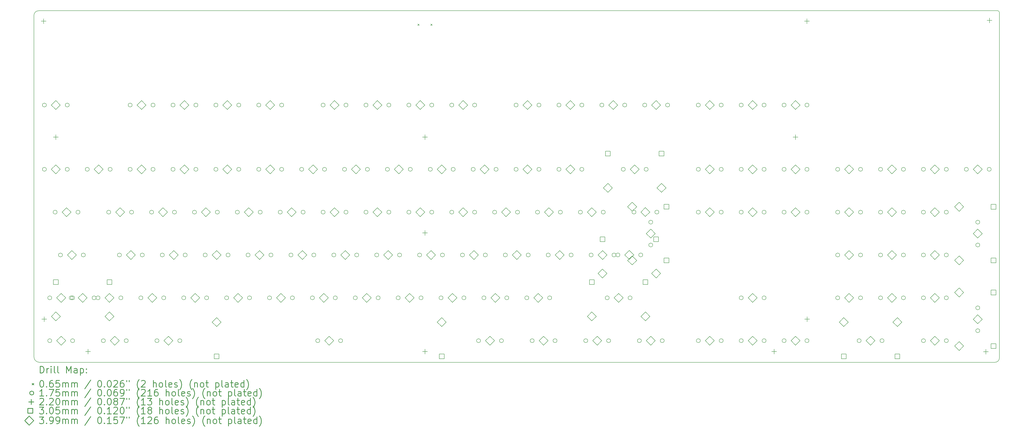
<source format=gbr>
%FSLAX45Y45*%
G04 Gerber Fmt 4.5, Leading zero omitted, Abs format (unit mm)*
G04 Created by KiCad (PCBNEW (5.1.9)-1) date 2021-04-17 21:59:53*
%MOMM*%
%LPD*%
G01*
G04 APERTURE LIST*
%TA.AperFunction,Profile*%
%ADD10C,0.200000*%
%TD*%
%ADD11C,0.200000*%
%ADD12C,0.300000*%
G04 APERTURE END LIST*
D10*
X13684939Y-10560000D02*
X56272500Y-10552500D01*
X48085000Y-26192500D02*
X13710140Y-26190000D01*
X48085000Y-26192500D02*
X56172500Y-26192500D01*
X56372500Y-10652500D02*
X56372500Y-25992500D01*
X56372500Y-25992500D02*
G75*
G02*
X56172500Y-26192500I-200000J0D01*
G01*
X56272500Y-10552500D02*
G75*
G02*
X56372500Y-10652500I0J-100000D01*
G01*
X13480000Y-10760000D02*
G75*
G02*
X13684939Y-10560000I204939J-5000D01*
G01*
X13710140Y-26190000D02*
G75*
G02*
X13480000Y-25937860I12123J242166D01*
G01*
X13480000Y-25937860D02*
X13480000Y-10760000D01*
D11*
X30531000Y-11147500D02*
X30596000Y-11212500D01*
X30596000Y-11147500D02*
X30531000Y-11212500D01*
X31109000Y-11147500D02*
X31174000Y-11212500D01*
X31174000Y-11147500D02*
X31109000Y-11212500D01*
X14032000Y-14752500D02*
G75*
G03*
X14032000Y-14752500I-87500J0D01*
G01*
X14032000Y-17610000D02*
G75*
G03*
X14032000Y-17610000I-87500J0D01*
G01*
X14270125Y-23325000D02*
G75*
G03*
X14270125Y-23325000I-87500J0D01*
G01*
X14270125Y-25230000D02*
G75*
G03*
X14270125Y-25230000I-87500J0D01*
G01*
X14508250Y-19515000D02*
G75*
G03*
X14508250Y-19515000I-87500J0D01*
G01*
X14746375Y-21420000D02*
G75*
G03*
X14746375Y-21420000I-87500J0D01*
G01*
X15048000Y-14752500D02*
G75*
G03*
X15048000Y-14752500I-87500J0D01*
G01*
X15048000Y-17610000D02*
G75*
G03*
X15048000Y-17610000I-87500J0D01*
G01*
X15224500Y-23325000D02*
G75*
G03*
X15224500Y-23325000I-87500J0D01*
G01*
X15286125Y-23325000D02*
G75*
G03*
X15286125Y-23325000I-87500J0D01*
G01*
X15286125Y-25230000D02*
G75*
G03*
X15286125Y-25230000I-87500J0D01*
G01*
X15524250Y-19515000D02*
G75*
G03*
X15524250Y-19515000I-87500J0D01*
G01*
X15762375Y-21420000D02*
G75*
G03*
X15762375Y-21420000I-87500J0D01*
G01*
X15937000Y-17610000D02*
G75*
G03*
X15937000Y-17610000I-87500J0D01*
G01*
X16240500Y-23325000D02*
G75*
G03*
X16240500Y-23325000I-87500J0D01*
G01*
X16413250Y-23325000D02*
G75*
G03*
X16413250Y-23325000I-87500J0D01*
G01*
X16651375Y-25230000D02*
G75*
G03*
X16651375Y-25230000I-87500J0D01*
G01*
X16889500Y-19515000D02*
G75*
G03*
X16889500Y-19515000I-87500J0D01*
G01*
X16953000Y-17610000D02*
G75*
G03*
X16953000Y-17610000I-87500J0D01*
G01*
X17365750Y-21420000D02*
G75*
G03*
X17365750Y-21420000I-87500J0D01*
G01*
X17429250Y-23325000D02*
G75*
G03*
X17429250Y-23325000I-87500J0D01*
G01*
X17667375Y-25230000D02*
G75*
G03*
X17667375Y-25230000I-87500J0D01*
G01*
X17842000Y-14752500D02*
G75*
G03*
X17842000Y-14752500I-87500J0D01*
G01*
X17842000Y-17610000D02*
G75*
G03*
X17842000Y-17610000I-87500J0D01*
G01*
X17905500Y-19515000D02*
G75*
G03*
X17905500Y-19515000I-87500J0D01*
G01*
X18318250Y-23325000D02*
G75*
G03*
X18318250Y-23325000I-87500J0D01*
G01*
X18381750Y-21420000D02*
G75*
G03*
X18381750Y-21420000I-87500J0D01*
G01*
X18794500Y-19515000D02*
G75*
G03*
X18794500Y-19515000I-87500J0D01*
G01*
X18858000Y-14752500D02*
G75*
G03*
X18858000Y-14752500I-87500J0D01*
G01*
X18858000Y-17610000D02*
G75*
G03*
X18858000Y-17610000I-87500J0D01*
G01*
X19032625Y-25230000D02*
G75*
G03*
X19032625Y-25230000I-87500J0D01*
G01*
X19270750Y-21420000D02*
G75*
G03*
X19270750Y-21420000I-87500J0D01*
G01*
X19334250Y-23325000D02*
G75*
G03*
X19334250Y-23325000I-87500J0D01*
G01*
X19747000Y-14752500D02*
G75*
G03*
X19747000Y-14752500I-87500J0D01*
G01*
X19747000Y-17610000D02*
G75*
G03*
X19747000Y-17610000I-87500J0D01*
G01*
X19810500Y-19515000D02*
G75*
G03*
X19810500Y-19515000I-87500J0D01*
G01*
X20048625Y-25230000D02*
G75*
G03*
X20048625Y-25230000I-87500J0D01*
G01*
X20223250Y-23325000D02*
G75*
G03*
X20223250Y-23325000I-87500J0D01*
G01*
X20286750Y-21420000D02*
G75*
G03*
X20286750Y-21420000I-87500J0D01*
G01*
X20699500Y-19515000D02*
G75*
G03*
X20699500Y-19515000I-87500J0D01*
G01*
X20763000Y-14752500D02*
G75*
G03*
X20763000Y-14752500I-87500J0D01*
G01*
X20763000Y-17610000D02*
G75*
G03*
X20763000Y-17610000I-87500J0D01*
G01*
X21175750Y-21420000D02*
G75*
G03*
X21175750Y-21420000I-87500J0D01*
G01*
X21239250Y-23325000D02*
G75*
G03*
X21239250Y-23325000I-87500J0D01*
G01*
X21652000Y-14752500D02*
G75*
G03*
X21652000Y-14752500I-87500J0D01*
G01*
X21652000Y-17610000D02*
G75*
G03*
X21652000Y-17610000I-87500J0D01*
G01*
X21715500Y-19515000D02*
G75*
G03*
X21715500Y-19515000I-87500J0D01*
G01*
X22128250Y-23325000D02*
G75*
G03*
X22128250Y-23325000I-87500J0D01*
G01*
X22191750Y-21420000D02*
G75*
G03*
X22191750Y-21420000I-87500J0D01*
G01*
X22604500Y-19515000D02*
G75*
G03*
X22604500Y-19515000I-87500J0D01*
G01*
X22668000Y-14752500D02*
G75*
G03*
X22668000Y-14752500I-87500J0D01*
G01*
X22668000Y-17610000D02*
G75*
G03*
X22668000Y-17610000I-87500J0D01*
G01*
X23080750Y-21420000D02*
G75*
G03*
X23080750Y-21420000I-87500J0D01*
G01*
X23144250Y-23325000D02*
G75*
G03*
X23144250Y-23325000I-87500J0D01*
G01*
X23557000Y-14752500D02*
G75*
G03*
X23557000Y-14752500I-87500J0D01*
G01*
X23557000Y-17610000D02*
G75*
G03*
X23557000Y-17610000I-87500J0D01*
G01*
X23620500Y-19515000D02*
G75*
G03*
X23620500Y-19515000I-87500J0D01*
G01*
X24033250Y-23325000D02*
G75*
G03*
X24033250Y-23325000I-87500J0D01*
G01*
X24096750Y-21420000D02*
G75*
G03*
X24096750Y-21420000I-87500J0D01*
G01*
X24509500Y-19515000D02*
G75*
G03*
X24509500Y-19515000I-87500J0D01*
G01*
X24573000Y-14752500D02*
G75*
G03*
X24573000Y-14752500I-87500J0D01*
G01*
X24573000Y-17610000D02*
G75*
G03*
X24573000Y-17610000I-87500J0D01*
G01*
X24985750Y-21420000D02*
G75*
G03*
X24985750Y-21420000I-87500J0D01*
G01*
X25049250Y-23325000D02*
G75*
G03*
X25049250Y-23325000I-87500J0D01*
G01*
X25462000Y-17610000D02*
G75*
G03*
X25462000Y-17610000I-87500J0D01*
G01*
X25525500Y-19515000D02*
G75*
G03*
X25525500Y-19515000I-87500J0D01*
G01*
X25938250Y-23325000D02*
G75*
G03*
X25938250Y-23325000I-87500J0D01*
G01*
X26001750Y-21420000D02*
G75*
G03*
X26001750Y-21420000I-87500J0D01*
G01*
X26176375Y-25230000D02*
G75*
G03*
X26176375Y-25230000I-87500J0D01*
G01*
X26414500Y-14752500D02*
G75*
G03*
X26414500Y-14752500I-87500J0D01*
G01*
X26414500Y-19515000D02*
G75*
G03*
X26414500Y-19515000I-87500J0D01*
G01*
X26478000Y-17610000D02*
G75*
G03*
X26478000Y-17610000I-87500J0D01*
G01*
X26890750Y-21420000D02*
G75*
G03*
X26890750Y-21420000I-87500J0D01*
G01*
X26954250Y-23325000D02*
G75*
G03*
X26954250Y-23325000I-87500J0D01*
G01*
X27192375Y-25230000D02*
G75*
G03*
X27192375Y-25230000I-87500J0D01*
G01*
X27367000Y-17610000D02*
G75*
G03*
X27367000Y-17610000I-87500J0D01*
G01*
X27430500Y-14752500D02*
G75*
G03*
X27430500Y-14752500I-87500J0D01*
G01*
X27430500Y-19515000D02*
G75*
G03*
X27430500Y-19515000I-87500J0D01*
G01*
X27843250Y-23325000D02*
G75*
G03*
X27843250Y-23325000I-87500J0D01*
G01*
X27906750Y-21420000D02*
G75*
G03*
X27906750Y-21420000I-87500J0D01*
G01*
X28319500Y-14752500D02*
G75*
G03*
X28319500Y-14752500I-87500J0D01*
G01*
X28319500Y-19515000D02*
G75*
G03*
X28319500Y-19515000I-87500J0D01*
G01*
X28383000Y-17610000D02*
G75*
G03*
X28383000Y-17610000I-87500J0D01*
G01*
X28795750Y-21420000D02*
G75*
G03*
X28795750Y-21420000I-87500J0D01*
G01*
X28859250Y-23325000D02*
G75*
G03*
X28859250Y-23325000I-87500J0D01*
G01*
X29272000Y-17610000D02*
G75*
G03*
X29272000Y-17610000I-87500J0D01*
G01*
X29335500Y-14752500D02*
G75*
G03*
X29335500Y-14752500I-87500J0D01*
G01*
X29335500Y-19515000D02*
G75*
G03*
X29335500Y-19515000I-87500J0D01*
G01*
X29748250Y-23325000D02*
G75*
G03*
X29748250Y-23325000I-87500J0D01*
G01*
X29811750Y-21420000D02*
G75*
G03*
X29811750Y-21420000I-87500J0D01*
G01*
X30224500Y-14752500D02*
G75*
G03*
X30224500Y-14752500I-87500J0D01*
G01*
X30224500Y-19515000D02*
G75*
G03*
X30224500Y-19515000I-87500J0D01*
G01*
X30288000Y-17610000D02*
G75*
G03*
X30288000Y-17610000I-87500J0D01*
G01*
X30700750Y-21420000D02*
G75*
G03*
X30700750Y-21420000I-87500J0D01*
G01*
X30764250Y-23325000D02*
G75*
G03*
X30764250Y-23325000I-87500J0D01*
G01*
X31177000Y-17610000D02*
G75*
G03*
X31177000Y-17610000I-87500J0D01*
G01*
X31240500Y-14752500D02*
G75*
G03*
X31240500Y-14752500I-87500J0D01*
G01*
X31240500Y-19515000D02*
G75*
G03*
X31240500Y-19515000I-87500J0D01*
G01*
X31653250Y-23325000D02*
G75*
G03*
X31653250Y-23325000I-87500J0D01*
G01*
X31716750Y-21420000D02*
G75*
G03*
X31716750Y-21420000I-87500J0D01*
G01*
X32129500Y-14752500D02*
G75*
G03*
X32129500Y-14752500I-87500J0D01*
G01*
X32129500Y-19515000D02*
G75*
G03*
X32129500Y-19515000I-87500J0D01*
G01*
X32193000Y-17610000D02*
G75*
G03*
X32193000Y-17610000I-87500J0D01*
G01*
X32605750Y-21420000D02*
G75*
G03*
X32605750Y-21420000I-87500J0D01*
G01*
X32669250Y-23325000D02*
G75*
G03*
X32669250Y-23325000I-87500J0D01*
G01*
X33082000Y-17610000D02*
G75*
G03*
X33082000Y-17610000I-87500J0D01*
G01*
X33145500Y-14752500D02*
G75*
G03*
X33145500Y-14752500I-87500J0D01*
G01*
X33145500Y-19515000D02*
G75*
G03*
X33145500Y-19515000I-87500J0D01*
G01*
X33320125Y-25230000D02*
G75*
G03*
X33320125Y-25230000I-87500J0D01*
G01*
X33558250Y-23325000D02*
G75*
G03*
X33558250Y-23325000I-87500J0D01*
G01*
X33621750Y-21420000D02*
G75*
G03*
X33621750Y-21420000I-87500J0D01*
G01*
X34034500Y-19515000D02*
G75*
G03*
X34034500Y-19515000I-87500J0D01*
G01*
X34098000Y-17610000D02*
G75*
G03*
X34098000Y-17610000I-87500J0D01*
G01*
X34336125Y-25230000D02*
G75*
G03*
X34336125Y-25230000I-87500J0D01*
G01*
X34510750Y-21420000D02*
G75*
G03*
X34510750Y-21420000I-87500J0D01*
G01*
X34574250Y-23325000D02*
G75*
G03*
X34574250Y-23325000I-87500J0D01*
G01*
X34987000Y-14752500D02*
G75*
G03*
X34987000Y-14752500I-87500J0D01*
G01*
X34987000Y-17610000D02*
G75*
G03*
X34987000Y-17610000I-87500J0D01*
G01*
X35050500Y-19515000D02*
G75*
G03*
X35050500Y-19515000I-87500J0D01*
G01*
X35463250Y-23325000D02*
G75*
G03*
X35463250Y-23325000I-87500J0D01*
G01*
X35526750Y-21420000D02*
G75*
G03*
X35526750Y-21420000I-87500J0D01*
G01*
X35701375Y-25230000D02*
G75*
G03*
X35701375Y-25230000I-87500J0D01*
G01*
X35939500Y-19515000D02*
G75*
G03*
X35939500Y-19515000I-87500J0D01*
G01*
X36003000Y-14752500D02*
G75*
G03*
X36003000Y-14752500I-87500J0D01*
G01*
X36003000Y-17610000D02*
G75*
G03*
X36003000Y-17610000I-87500J0D01*
G01*
X36415750Y-21420000D02*
G75*
G03*
X36415750Y-21420000I-87500J0D01*
G01*
X36479250Y-23325000D02*
G75*
G03*
X36479250Y-23325000I-87500J0D01*
G01*
X36717375Y-25230000D02*
G75*
G03*
X36717375Y-25230000I-87500J0D01*
G01*
X36892000Y-14752500D02*
G75*
G03*
X36892000Y-14752500I-87500J0D01*
G01*
X36892000Y-17610000D02*
G75*
G03*
X36892000Y-17610000I-87500J0D01*
G01*
X36955500Y-19515000D02*
G75*
G03*
X36955500Y-19515000I-87500J0D01*
G01*
X37431750Y-21420000D02*
G75*
G03*
X37431750Y-21420000I-87500J0D01*
G01*
X37844500Y-19515000D02*
G75*
G03*
X37844500Y-19515000I-87500J0D01*
G01*
X37908000Y-14752500D02*
G75*
G03*
X37908000Y-14752500I-87500J0D01*
G01*
X37908000Y-17610000D02*
G75*
G03*
X37908000Y-17610000I-87500J0D01*
G01*
X38082625Y-25230000D02*
G75*
G03*
X38082625Y-25230000I-87500J0D01*
G01*
X38320750Y-21420000D02*
G75*
G03*
X38320750Y-21420000I-87500J0D01*
G01*
X38797000Y-14752500D02*
G75*
G03*
X38797000Y-14752500I-87500J0D01*
G01*
X38860500Y-19515000D02*
G75*
G03*
X38860500Y-19515000I-87500J0D01*
G01*
X39035125Y-23325000D02*
G75*
G03*
X39035125Y-23325000I-87500J0D01*
G01*
X39098625Y-25230000D02*
G75*
G03*
X39098625Y-25230000I-87500J0D01*
G01*
X39336750Y-21420000D02*
G75*
G03*
X39336750Y-21420000I-87500J0D01*
G01*
X39509500Y-21417000D02*
G75*
G03*
X39509500Y-21417000I-87500J0D01*
G01*
X39749500Y-17610000D02*
G75*
G03*
X39749500Y-17610000I-87500J0D01*
G01*
X39813000Y-14752500D02*
G75*
G03*
X39813000Y-14752500I-87500J0D01*
G01*
X40051125Y-23325000D02*
G75*
G03*
X40051125Y-23325000I-87500J0D01*
G01*
X40224500Y-19512500D02*
G75*
G03*
X40224500Y-19512500I-87500J0D01*
G01*
X40463875Y-25230000D02*
G75*
G03*
X40463875Y-25230000I-87500J0D01*
G01*
X40525500Y-21417000D02*
G75*
G03*
X40525500Y-21417000I-87500J0D01*
G01*
X40702000Y-14752500D02*
G75*
G03*
X40702000Y-14752500I-87500J0D01*
G01*
X40765500Y-17610000D02*
G75*
G03*
X40765500Y-17610000I-87500J0D01*
G01*
X40970000Y-19959500D02*
G75*
G03*
X40970000Y-19959500I-87500J0D01*
G01*
X40970000Y-20975500D02*
G75*
G03*
X40970000Y-20975500I-87500J0D01*
G01*
X41240500Y-19512500D02*
G75*
G03*
X41240500Y-19512500I-87500J0D01*
G01*
X41479875Y-25230000D02*
G75*
G03*
X41479875Y-25230000I-87500J0D01*
G01*
X41718000Y-14752500D02*
G75*
G03*
X41718000Y-14752500I-87500J0D01*
G01*
X43083250Y-14752500D02*
G75*
G03*
X43083250Y-14752500I-87500J0D01*
G01*
X43083250Y-17610000D02*
G75*
G03*
X43083250Y-17610000I-87500J0D01*
G01*
X43083250Y-19515000D02*
G75*
G03*
X43083250Y-19515000I-87500J0D01*
G01*
X43083250Y-25230000D02*
G75*
G03*
X43083250Y-25230000I-87500J0D01*
G01*
X44099250Y-14752500D02*
G75*
G03*
X44099250Y-14752500I-87500J0D01*
G01*
X44099250Y-17610000D02*
G75*
G03*
X44099250Y-17610000I-87500J0D01*
G01*
X44099250Y-19515000D02*
G75*
G03*
X44099250Y-19515000I-87500J0D01*
G01*
X44099250Y-25230000D02*
G75*
G03*
X44099250Y-25230000I-87500J0D01*
G01*
X44988250Y-14752500D02*
G75*
G03*
X44988250Y-14752500I-87500J0D01*
G01*
X44988250Y-17610000D02*
G75*
G03*
X44988250Y-17610000I-87500J0D01*
G01*
X44988250Y-19515000D02*
G75*
G03*
X44988250Y-19515000I-87500J0D01*
G01*
X44988250Y-23325000D02*
G75*
G03*
X44988250Y-23325000I-87500J0D01*
G01*
X44988250Y-25230000D02*
G75*
G03*
X44988250Y-25230000I-87500J0D01*
G01*
X46004250Y-14752500D02*
G75*
G03*
X46004250Y-14752500I-87500J0D01*
G01*
X46004250Y-17610000D02*
G75*
G03*
X46004250Y-17610000I-87500J0D01*
G01*
X46004250Y-19515000D02*
G75*
G03*
X46004250Y-19515000I-87500J0D01*
G01*
X46004250Y-23325000D02*
G75*
G03*
X46004250Y-23325000I-87500J0D01*
G01*
X46004250Y-25230000D02*
G75*
G03*
X46004250Y-25230000I-87500J0D01*
G01*
X46893250Y-14752500D02*
G75*
G03*
X46893250Y-14752500I-87500J0D01*
G01*
X46893250Y-17610000D02*
G75*
G03*
X46893250Y-17610000I-87500J0D01*
G01*
X46893250Y-19515000D02*
G75*
G03*
X46893250Y-19515000I-87500J0D01*
G01*
X46893250Y-25230000D02*
G75*
G03*
X46893250Y-25230000I-87500J0D01*
G01*
X47909250Y-14752500D02*
G75*
G03*
X47909250Y-14752500I-87500J0D01*
G01*
X47909250Y-17610000D02*
G75*
G03*
X47909250Y-17610000I-87500J0D01*
G01*
X47909250Y-19515000D02*
G75*
G03*
X47909250Y-19515000I-87500J0D01*
G01*
X47909250Y-25230000D02*
G75*
G03*
X47909250Y-25230000I-87500J0D01*
G01*
X49274500Y-17610000D02*
G75*
G03*
X49274500Y-17610000I-87500J0D01*
G01*
X49274500Y-19515000D02*
G75*
G03*
X49274500Y-19515000I-87500J0D01*
G01*
X49274500Y-21420000D02*
G75*
G03*
X49274500Y-21420000I-87500J0D01*
G01*
X49274500Y-23325000D02*
G75*
G03*
X49274500Y-23325000I-87500J0D01*
G01*
X50227000Y-25230000D02*
G75*
G03*
X50227000Y-25230000I-87500J0D01*
G01*
X50290500Y-17610000D02*
G75*
G03*
X50290500Y-17610000I-87500J0D01*
G01*
X50290500Y-19515000D02*
G75*
G03*
X50290500Y-19515000I-87500J0D01*
G01*
X50290500Y-21420000D02*
G75*
G03*
X50290500Y-21420000I-87500J0D01*
G01*
X50290500Y-23325000D02*
G75*
G03*
X50290500Y-23325000I-87500J0D01*
G01*
X51179500Y-17610000D02*
G75*
G03*
X51179500Y-17610000I-87500J0D01*
G01*
X51179500Y-19515000D02*
G75*
G03*
X51179500Y-19515000I-87500J0D01*
G01*
X51179500Y-21420000D02*
G75*
G03*
X51179500Y-21420000I-87500J0D01*
G01*
X51179500Y-23325000D02*
G75*
G03*
X51179500Y-23325000I-87500J0D01*
G01*
X51243000Y-25230000D02*
G75*
G03*
X51243000Y-25230000I-87500J0D01*
G01*
X52195500Y-17610000D02*
G75*
G03*
X52195500Y-17610000I-87500J0D01*
G01*
X52195500Y-19515000D02*
G75*
G03*
X52195500Y-19515000I-87500J0D01*
G01*
X52195500Y-21420000D02*
G75*
G03*
X52195500Y-21420000I-87500J0D01*
G01*
X52195500Y-23325000D02*
G75*
G03*
X52195500Y-23325000I-87500J0D01*
G01*
X53084500Y-17610000D02*
G75*
G03*
X53084500Y-17610000I-87500J0D01*
G01*
X53084500Y-19515000D02*
G75*
G03*
X53084500Y-19515000I-87500J0D01*
G01*
X53084500Y-21420000D02*
G75*
G03*
X53084500Y-21420000I-87500J0D01*
G01*
X53084500Y-23325000D02*
G75*
G03*
X53084500Y-23325000I-87500J0D01*
G01*
X53084500Y-25230000D02*
G75*
G03*
X53084500Y-25230000I-87500J0D01*
G01*
X54100500Y-17610000D02*
G75*
G03*
X54100500Y-17610000I-87500J0D01*
G01*
X54100500Y-19515000D02*
G75*
G03*
X54100500Y-19515000I-87500J0D01*
G01*
X54100500Y-21420000D02*
G75*
G03*
X54100500Y-21420000I-87500J0D01*
G01*
X54100500Y-23325000D02*
G75*
G03*
X54100500Y-23325000I-87500J0D01*
G01*
X54100500Y-25230000D02*
G75*
G03*
X54100500Y-25230000I-87500J0D01*
G01*
X54989500Y-17610000D02*
G75*
G03*
X54989500Y-17610000I-87500J0D01*
G01*
X55497500Y-19959500D02*
G75*
G03*
X55497500Y-19959500I-87500J0D01*
G01*
X55497500Y-20975500D02*
G75*
G03*
X55497500Y-20975500I-87500J0D01*
G01*
X55497500Y-23769500D02*
G75*
G03*
X55497500Y-23769500I-87500J0D01*
G01*
X55497500Y-24785500D02*
G75*
G03*
X55497500Y-24785500I-87500J0D01*
G01*
X56005500Y-17610000D02*
G75*
G03*
X56005500Y-17610000I-87500J0D01*
G01*
X13915000Y-10912500D02*
X13915000Y-11132500D01*
X13805000Y-11022500D02*
X14025000Y-11022500D01*
X13935000Y-24165000D02*
X13935000Y-24385000D01*
X13825000Y-24275000D02*
X14045000Y-24275000D01*
X14455000Y-16070000D02*
X14455000Y-16290000D01*
X14345000Y-16180000D02*
X14565000Y-16180000D01*
X15882500Y-25605000D02*
X15882500Y-25825000D01*
X15772500Y-25715000D02*
X15992500Y-25715000D01*
X30855000Y-16070000D02*
X30855000Y-16290000D01*
X30745000Y-16180000D02*
X30965000Y-16180000D01*
X30855000Y-20330000D02*
X30855000Y-20550000D01*
X30745000Y-20440000D02*
X30965000Y-20440000D01*
X30855000Y-25605000D02*
X30855000Y-25825000D01*
X30745000Y-25715000D02*
X30965000Y-25715000D01*
X46361500Y-25605000D02*
X46361500Y-25825000D01*
X46251500Y-25715000D02*
X46471500Y-25715000D01*
X47310000Y-16070000D02*
X47310000Y-16290000D01*
X47200000Y-16180000D02*
X47420000Y-16180000D01*
X47822500Y-10912500D02*
X47822500Y-11132500D01*
X47712500Y-11022500D02*
X47932500Y-11022500D01*
X47830000Y-24165000D02*
X47830000Y-24385000D01*
X47720000Y-24275000D02*
X47940000Y-24275000D01*
X55770680Y-25610220D02*
X55770680Y-25830220D01*
X55660680Y-25720220D02*
X55880680Y-25720220D01*
X55935780Y-10876950D02*
X55935780Y-11096950D01*
X55825780Y-10986950D02*
X56045780Y-10986950D01*
X14562139Y-22734264D02*
X14562139Y-22518736D01*
X14346611Y-22518736D01*
X14346611Y-22734264D01*
X14562139Y-22734264D01*
X16943389Y-22734264D02*
X16943389Y-22518736D01*
X16727861Y-22518736D01*
X16727861Y-22734264D01*
X16943389Y-22734264D01*
X21704649Y-26036264D02*
X21704649Y-25820736D01*
X21489121Y-25820736D01*
X21489121Y-26036264D01*
X21704649Y-26036264D01*
X31704629Y-26036264D02*
X31704629Y-25820736D01*
X31489101Y-25820736D01*
X31489101Y-26036264D01*
X31704629Y-26036264D01*
X38372764Y-22734264D02*
X38372764Y-22518736D01*
X38157236Y-22518736D01*
X38157236Y-22734264D01*
X38372764Y-22734264D01*
X38847139Y-20826264D02*
X38847139Y-20610736D01*
X38631611Y-20610736D01*
X38631611Y-20826264D01*
X38847139Y-20826264D01*
X39087139Y-17019264D02*
X39087139Y-16803736D01*
X38871611Y-16803736D01*
X38871611Y-17019264D01*
X39087139Y-17019264D01*
X40754014Y-22734264D02*
X40754014Y-22518736D01*
X40538486Y-22518736D01*
X40538486Y-22734264D01*
X40754014Y-22734264D01*
X41228389Y-20826264D02*
X41228389Y-20610736D01*
X41012861Y-20610736D01*
X41012861Y-20826264D01*
X41228389Y-20826264D01*
X41468389Y-17019264D02*
X41468389Y-16803736D01*
X41252861Y-16803736D01*
X41252861Y-17019264D01*
X41468389Y-17019264D01*
X41688764Y-19381464D02*
X41688764Y-19165936D01*
X41473236Y-19165936D01*
X41473236Y-19381464D01*
X41688764Y-19381464D01*
X41688764Y-21769064D02*
X41688764Y-21553536D01*
X41473236Y-21553536D01*
X41473236Y-21769064D01*
X41688764Y-21769064D01*
X49564639Y-26036264D02*
X49564639Y-25820736D01*
X49349111Y-25820736D01*
X49349111Y-26036264D01*
X49564639Y-26036264D01*
X51945889Y-26036264D02*
X51945889Y-25820736D01*
X51730361Y-25820736D01*
X51730361Y-26036264D01*
X51945889Y-26036264D01*
X56216264Y-19384639D02*
X56216264Y-19169111D01*
X56000736Y-19169111D01*
X56000736Y-19384639D01*
X56216264Y-19384639D01*
X56216264Y-21765889D02*
X56216264Y-21550361D01*
X56000736Y-21550361D01*
X56000736Y-21765889D01*
X56216264Y-21765889D01*
X56216264Y-23194639D02*
X56216264Y-22979111D01*
X56000736Y-22979111D01*
X56000736Y-23194639D01*
X56216264Y-23194639D01*
X56216264Y-25575889D02*
X56216264Y-25360361D01*
X56000736Y-25360361D01*
X56000736Y-25575889D01*
X56216264Y-25575889D01*
X14452500Y-14951890D02*
X14651890Y-14752500D01*
X14452500Y-14553110D01*
X14253110Y-14752500D01*
X14452500Y-14951890D01*
X14452500Y-17809390D02*
X14651890Y-17610000D01*
X14452500Y-17410610D01*
X14253110Y-17610000D01*
X14452500Y-17809390D01*
X14454375Y-24349890D02*
X14653765Y-24150500D01*
X14454375Y-23951110D01*
X14254985Y-24150500D01*
X14454375Y-24349890D01*
X14690625Y-23524390D02*
X14890015Y-23325000D01*
X14690625Y-23125610D01*
X14491235Y-23325000D01*
X14690625Y-23524390D01*
X14690625Y-25429390D02*
X14890015Y-25230000D01*
X14690625Y-25030610D01*
X14491235Y-25230000D01*
X14690625Y-25429390D01*
X14928750Y-19714390D02*
X15128140Y-19515000D01*
X14928750Y-19315610D01*
X14729360Y-19515000D01*
X14928750Y-19714390D01*
X15166875Y-21619390D02*
X15366265Y-21420000D01*
X15166875Y-21220610D01*
X14967485Y-21420000D01*
X15166875Y-21619390D01*
X15645000Y-23524390D02*
X15844390Y-23325000D01*
X15645000Y-23125610D01*
X15445610Y-23325000D01*
X15645000Y-23524390D01*
X16357500Y-17809390D02*
X16556890Y-17610000D01*
X16357500Y-17410610D01*
X16158110Y-17610000D01*
X16357500Y-17809390D01*
X16833750Y-23524390D02*
X17033140Y-23325000D01*
X16833750Y-23125610D01*
X16634360Y-23325000D01*
X16833750Y-23524390D01*
X16835625Y-24349890D02*
X17035015Y-24150500D01*
X16835625Y-23951110D01*
X16636235Y-24150500D01*
X16835625Y-24349890D01*
X17071875Y-25429390D02*
X17271265Y-25230000D01*
X17071875Y-25030610D01*
X16872485Y-25230000D01*
X17071875Y-25429390D01*
X17310000Y-19714390D02*
X17509390Y-19515000D01*
X17310000Y-19315610D01*
X17110610Y-19515000D01*
X17310000Y-19714390D01*
X17786250Y-21619390D02*
X17985640Y-21420000D01*
X17786250Y-21220610D01*
X17586860Y-21420000D01*
X17786250Y-21619390D01*
X18262500Y-14951890D02*
X18461890Y-14752500D01*
X18262500Y-14553110D01*
X18063110Y-14752500D01*
X18262500Y-14951890D01*
X18262500Y-17809390D02*
X18461890Y-17610000D01*
X18262500Y-17410610D01*
X18063110Y-17610000D01*
X18262500Y-17809390D01*
X18738750Y-23524390D02*
X18938140Y-23325000D01*
X18738750Y-23125610D01*
X18539360Y-23325000D01*
X18738750Y-23524390D01*
X19215000Y-19714390D02*
X19414390Y-19515000D01*
X19215000Y-19315610D01*
X19015610Y-19515000D01*
X19215000Y-19714390D01*
X19453125Y-25429390D02*
X19652515Y-25230000D01*
X19453125Y-25030610D01*
X19253735Y-25230000D01*
X19453125Y-25429390D01*
X19691250Y-21619390D02*
X19890640Y-21420000D01*
X19691250Y-21220610D01*
X19491860Y-21420000D01*
X19691250Y-21619390D01*
X20167500Y-14951890D02*
X20366890Y-14752500D01*
X20167500Y-14553110D01*
X19968110Y-14752500D01*
X20167500Y-14951890D01*
X20167500Y-17809390D02*
X20366890Y-17610000D01*
X20167500Y-17410610D01*
X19968110Y-17610000D01*
X20167500Y-17809390D01*
X20643750Y-23524390D02*
X20843140Y-23325000D01*
X20643750Y-23125610D01*
X20444360Y-23325000D01*
X20643750Y-23524390D01*
X21120000Y-19714390D02*
X21319390Y-19515000D01*
X21120000Y-19315610D01*
X20920610Y-19515000D01*
X21120000Y-19714390D01*
X21596250Y-21619390D02*
X21795640Y-21420000D01*
X21596250Y-21220610D01*
X21396860Y-21420000D01*
X21596250Y-21619390D01*
X21596885Y-24603890D02*
X21796275Y-24404500D01*
X21596885Y-24205110D01*
X21397495Y-24404500D01*
X21596885Y-24603890D01*
X22072500Y-14951890D02*
X22271890Y-14752500D01*
X22072500Y-14553110D01*
X21873110Y-14752500D01*
X22072500Y-14951890D01*
X22072500Y-17809390D02*
X22271890Y-17610000D01*
X22072500Y-17410610D01*
X21873110Y-17610000D01*
X22072500Y-17809390D01*
X22548750Y-23524390D02*
X22748140Y-23325000D01*
X22548750Y-23125610D01*
X22349360Y-23325000D01*
X22548750Y-23524390D01*
X23025000Y-19714390D02*
X23224390Y-19515000D01*
X23025000Y-19315610D01*
X22825610Y-19515000D01*
X23025000Y-19714390D01*
X23501250Y-21619390D02*
X23700640Y-21420000D01*
X23501250Y-21220610D01*
X23301860Y-21420000D01*
X23501250Y-21619390D01*
X23977500Y-14951890D02*
X24176890Y-14752500D01*
X23977500Y-14553110D01*
X23778110Y-14752500D01*
X23977500Y-14951890D01*
X23977500Y-17809390D02*
X24176890Y-17610000D01*
X23977500Y-17410610D01*
X23778110Y-17610000D01*
X23977500Y-17809390D01*
X24453750Y-23524390D02*
X24653140Y-23325000D01*
X24453750Y-23125610D01*
X24254360Y-23325000D01*
X24453750Y-23524390D01*
X24930000Y-19714390D02*
X25129390Y-19515000D01*
X24930000Y-19315610D01*
X24730610Y-19515000D01*
X24930000Y-19714390D01*
X25406250Y-21619390D02*
X25605640Y-21420000D01*
X25406250Y-21220610D01*
X25206860Y-21420000D01*
X25406250Y-21619390D01*
X25882500Y-17809390D02*
X26081890Y-17610000D01*
X25882500Y-17410610D01*
X25683110Y-17610000D01*
X25882500Y-17809390D01*
X26358750Y-23524390D02*
X26558140Y-23325000D01*
X26358750Y-23125610D01*
X26159360Y-23325000D01*
X26358750Y-23524390D01*
X26596875Y-25429390D02*
X26796265Y-25230000D01*
X26596875Y-25030610D01*
X26397485Y-25230000D01*
X26596875Y-25429390D01*
X26835000Y-14951890D02*
X27034390Y-14752500D01*
X26835000Y-14553110D01*
X26635610Y-14752500D01*
X26835000Y-14951890D01*
X26835000Y-19714390D02*
X27034390Y-19515000D01*
X26835000Y-19315610D01*
X26635610Y-19515000D01*
X26835000Y-19714390D01*
X27311250Y-21619390D02*
X27510640Y-21420000D01*
X27311250Y-21220610D01*
X27111860Y-21420000D01*
X27311250Y-21619390D01*
X27787500Y-17809390D02*
X27986890Y-17610000D01*
X27787500Y-17410610D01*
X27588110Y-17610000D01*
X27787500Y-17809390D01*
X28263750Y-23524390D02*
X28463140Y-23325000D01*
X28263750Y-23125610D01*
X28064360Y-23325000D01*
X28263750Y-23524390D01*
X28740000Y-14951890D02*
X28939390Y-14752500D01*
X28740000Y-14553110D01*
X28540610Y-14752500D01*
X28740000Y-14951890D01*
X28740000Y-19714390D02*
X28939390Y-19515000D01*
X28740000Y-19315610D01*
X28540610Y-19515000D01*
X28740000Y-19714390D01*
X29216250Y-21619390D02*
X29415640Y-21420000D01*
X29216250Y-21220610D01*
X29016860Y-21420000D01*
X29216250Y-21619390D01*
X29692500Y-17809390D02*
X29891890Y-17610000D01*
X29692500Y-17410610D01*
X29493110Y-17610000D01*
X29692500Y-17809390D01*
X30168750Y-23524390D02*
X30368140Y-23325000D01*
X30168750Y-23125610D01*
X29969360Y-23325000D01*
X30168750Y-23524390D01*
X30645000Y-14951890D02*
X30844390Y-14752500D01*
X30645000Y-14553110D01*
X30445610Y-14752500D01*
X30645000Y-14951890D01*
X30645000Y-19714390D02*
X30844390Y-19515000D01*
X30645000Y-19315610D01*
X30445610Y-19515000D01*
X30645000Y-19714390D01*
X31121250Y-21619390D02*
X31320640Y-21420000D01*
X31121250Y-21220610D01*
X30921860Y-21420000D01*
X31121250Y-21619390D01*
X31596865Y-24603890D02*
X31796255Y-24404500D01*
X31596865Y-24205110D01*
X31397475Y-24404500D01*
X31596865Y-24603890D01*
X31597500Y-17809390D02*
X31796890Y-17610000D01*
X31597500Y-17410610D01*
X31398110Y-17610000D01*
X31597500Y-17809390D01*
X32073750Y-23524390D02*
X32273140Y-23325000D01*
X32073750Y-23125610D01*
X31874360Y-23325000D01*
X32073750Y-23524390D01*
X32550000Y-14951890D02*
X32749390Y-14752500D01*
X32550000Y-14553110D01*
X32350610Y-14752500D01*
X32550000Y-14951890D01*
X32550000Y-19714390D02*
X32749390Y-19515000D01*
X32550000Y-19315610D01*
X32350610Y-19515000D01*
X32550000Y-19714390D01*
X33026250Y-21619390D02*
X33225640Y-21420000D01*
X33026250Y-21220610D01*
X32826860Y-21420000D01*
X33026250Y-21619390D01*
X33502500Y-17809390D02*
X33701890Y-17610000D01*
X33502500Y-17410610D01*
X33303110Y-17610000D01*
X33502500Y-17809390D01*
X33740625Y-25429390D02*
X33940015Y-25230000D01*
X33740625Y-25030610D01*
X33541235Y-25230000D01*
X33740625Y-25429390D01*
X33978750Y-23524390D02*
X34178140Y-23325000D01*
X33978750Y-23125610D01*
X33779360Y-23325000D01*
X33978750Y-23524390D01*
X34455000Y-19714390D02*
X34654390Y-19515000D01*
X34455000Y-19315610D01*
X34255610Y-19515000D01*
X34455000Y-19714390D01*
X34931250Y-21619390D02*
X35130640Y-21420000D01*
X34931250Y-21220610D01*
X34731860Y-21420000D01*
X34931250Y-21619390D01*
X35407500Y-14951890D02*
X35606890Y-14752500D01*
X35407500Y-14553110D01*
X35208110Y-14752500D01*
X35407500Y-14951890D01*
X35407500Y-17809390D02*
X35606890Y-17610000D01*
X35407500Y-17410610D01*
X35208110Y-17610000D01*
X35407500Y-17809390D01*
X35883750Y-23524390D02*
X36083140Y-23325000D01*
X35883750Y-23125610D01*
X35684360Y-23325000D01*
X35883750Y-23524390D01*
X36121875Y-25429390D02*
X36321265Y-25230000D01*
X36121875Y-25030610D01*
X35922485Y-25230000D01*
X36121875Y-25429390D01*
X36360000Y-19714390D02*
X36559390Y-19515000D01*
X36360000Y-19315610D01*
X36160610Y-19515000D01*
X36360000Y-19714390D01*
X36836250Y-21619390D02*
X37035640Y-21420000D01*
X36836250Y-21220610D01*
X36636860Y-21420000D01*
X36836250Y-21619390D01*
X37312500Y-14951890D02*
X37511890Y-14752500D01*
X37312500Y-14553110D01*
X37113110Y-14752500D01*
X37312500Y-14951890D01*
X37312500Y-17809390D02*
X37511890Y-17610000D01*
X37312500Y-17410610D01*
X37113110Y-17610000D01*
X37312500Y-17809390D01*
X38265000Y-19714390D02*
X38464390Y-19515000D01*
X38265000Y-19315610D01*
X38065610Y-19515000D01*
X38265000Y-19714390D01*
X38265000Y-24349890D02*
X38464390Y-24150500D01*
X38265000Y-23951110D01*
X38065610Y-24150500D01*
X38265000Y-24349890D01*
X38503125Y-25429390D02*
X38702515Y-25230000D01*
X38503125Y-25030610D01*
X38303735Y-25230000D01*
X38503125Y-25429390D01*
X38739375Y-22441890D02*
X38938765Y-22242500D01*
X38739375Y-22043110D01*
X38539985Y-22242500D01*
X38739375Y-22441890D01*
X38741250Y-21619390D02*
X38940640Y-21420000D01*
X38741250Y-21220610D01*
X38541860Y-21420000D01*
X38741250Y-21619390D01*
X38979375Y-18634890D02*
X39178765Y-18435500D01*
X38979375Y-18236110D01*
X38779985Y-18435500D01*
X38979375Y-18634890D01*
X39217500Y-14951890D02*
X39416890Y-14752500D01*
X39217500Y-14553110D01*
X39018110Y-14752500D01*
X39217500Y-14951890D01*
X39455625Y-23524390D02*
X39655015Y-23325000D01*
X39455625Y-23125610D01*
X39256235Y-23325000D01*
X39455625Y-23524390D01*
X39930000Y-21616390D02*
X40129390Y-21417000D01*
X39930000Y-21217610D01*
X39730610Y-21417000D01*
X39930000Y-21616390D01*
X40057000Y-19473090D02*
X40256390Y-19273700D01*
X40057000Y-19074310D01*
X39857610Y-19273700D01*
X40057000Y-19473090D01*
X40057000Y-21860690D02*
X40256390Y-21661300D01*
X40057000Y-21461910D01*
X39857610Y-21661300D01*
X40057000Y-21860690D01*
X40170000Y-17809390D02*
X40369390Y-17610000D01*
X40170000Y-17410610D01*
X39970610Y-17610000D01*
X40170000Y-17809390D01*
X40645000Y-19711890D02*
X40844390Y-19512500D01*
X40645000Y-19313110D01*
X40445610Y-19512500D01*
X40645000Y-19711890D01*
X40646250Y-24349890D02*
X40845640Y-24150500D01*
X40646250Y-23951110D01*
X40446860Y-24150500D01*
X40646250Y-24349890D01*
X40882500Y-20666890D02*
X41081890Y-20467500D01*
X40882500Y-20268110D01*
X40683110Y-20467500D01*
X40882500Y-20666890D01*
X40884375Y-25429390D02*
X41083765Y-25230000D01*
X40884375Y-25030610D01*
X40684985Y-25230000D01*
X40884375Y-25429390D01*
X41120625Y-22441890D02*
X41320015Y-22242500D01*
X41120625Y-22043110D01*
X40921235Y-22242500D01*
X41120625Y-22441890D01*
X41122500Y-14951890D02*
X41321890Y-14752500D01*
X41122500Y-14553110D01*
X40923110Y-14752500D01*
X41122500Y-14951890D01*
X41360625Y-18634890D02*
X41560015Y-18435500D01*
X41360625Y-18236110D01*
X41161235Y-18435500D01*
X41360625Y-18634890D01*
X43503750Y-14951890D02*
X43703140Y-14752500D01*
X43503750Y-14553110D01*
X43304360Y-14752500D01*
X43503750Y-14951890D01*
X43503750Y-17809390D02*
X43703140Y-17610000D01*
X43503750Y-17410610D01*
X43304360Y-17610000D01*
X43503750Y-17809390D01*
X43503750Y-19714390D02*
X43703140Y-19515000D01*
X43503750Y-19315610D01*
X43304360Y-19515000D01*
X43503750Y-19714390D01*
X43503750Y-25429390D02*
X43703140Y-25230000D01*
X43503750Y-25030610D01*
X43304360Y-25230000D01*
X43503750Y-25429390D01*
X45408750Y-14951890D02*
X45608140Y-14752500D01*
X45408750Y-14553110D01*
X45209360Y-14752500D01*
X45408750Y-14951890D01*
X45408750Y-17809390D02*
X45608140Y-17610000D01*
X45408750Y-17410610D01*
X45209360Y-17610000D01*
X45408750Y-17809390D01*
X45408750Y-19714390D02*
X45608140Y-19515000D01*
X45408750Y-19315610D01*
X45209360Y-19515000D01*
X45408750Y-19714390D01*
X45408750Y-23524390D02*
X45608140Y-23325000D01*
X45408750Y-23125610D01*
X45209360Y-23325000D01*
X45408750Y-23524390D01*
X45408750Y-25429390D02*
X45608140Y-25230000D01*
X45408750Y-25030610D01*
X45209360Y-25230000D01*
X45408750Y-25429390D01*
X47313750Y-14951890D02*
X47513140Y-14752500D01*
X47313750Y-14553110D01*
X47114360Y-14752500D01*
X47313750Y-14951890D01*
X47313750Y-17809390D02*
X47513140Y-17610000D01*
X47313750Y-17410610D01*
X47114360Y-17610000D01*
X47313750Y-17809390D01*
X47313750Y-19714390D02*
X47513140Y-19515000D01*
X47313750Y-19315610D01*
X47114360Y-19515000D01*
X47313750Y-19714390D01*
X47313750Y-25429390D02*
X47513140Y-25230000D01*
X47313750Y-25030610D01*
X47114360Y-25230000D01*
X47313750Y-25429390D01*
X49456875Y-24603890D02*
X49656265Y-24404500D01*
X49456875Y-24205110D01*
X49257485Y-24404500D01*
X49456875Y-24603890D01*
X49695000Y-17809390D02*
X49894390Y-17610000D01*
X49695000Y-17410610D01*
X49495610Y-17610000D01*
X49695000Y-17809390D01*
X49695000Y-19714390D02*
X49894390Y-19515000D01*
X49695000Y-19315610D01*
X49495610Y-19515000D01*
X49695000Y-19714390D01*
X49695000Y-21619390D02*
X49894390Y-21420000D01*
X49695000Y-21220610D01*
X49495610Y-21420000D01*
X49695000Y-21619390D01*
X49695000Y-23524390D02*
X49894390Y-23325000D01*
X49695000Y-23125610D01*
X49495610Y-23325000D01*
X49695000Y-23524390D01*
X50647500Y-25429390D02*
X50846890Y-25230000D01*
X50647500Y-25030610D01*
X50448110Y-25230000D01*
X50647500Y-25429390D01*
X51600000Y-17809390D02*
X51799390Y-17610000D01*
X51600000Y-17410610D01*
X51400610Y-17610000D01*
X51600000Y-17809390D01*
X51600000Y-19714390D02*
X51799390Y-19515000D01*
X51600000Y-19315610D01*
X51400610Y-19515000D01*
X51600000Y-19714390D01*
X51600000Y-21619390D02*
X51799390Y-21420000D01*
X51600000Y-21220610D01*
X51400610Y-21420000D01*
X51600000Y-21619390D01*
X51600000Y-23524390D02*
X51799390Y-23325000D01*
X51600000Y-23125610D01*
X51400610Y-23325000D01*
X51600000Y-23524390D01*
X51838125Y-24603890D02*
X52037515Y-24404500D01*
X51838125Y-24205110D01*
X51638735Y-24404500D01*
X51838125Y-24603890D01*
X53505000Y-17809390D02*
X53704390Y-17610000D01*
X53505000Y-17410610D01*
X53305610Y-17610000D01*
X53505000Y-17809390D01*
X53505000Y-19714390D02*
X53704390Y-19515000D01*
X53505000Y-19315610D01*
X53305610Y-19515000D01*
X53505000Y-19714390D01*
X53505000Y-21619390D02*
X53704390Y-21420000D01*
X53505000Y-21220610D01*
X53305610Y-21420000D01*
X53505000Y-21619390D01*
X53505000Y-23524390D02*
X53704390Y-23325000D01*
X53505000Y-23125610D01*
X53305610Y-23325000D01*
X53505000Y-23524390D01*
X53505000Y-25429390D02*
X53704390Y-25230000D01*
X53505000Y-25030610D01*
X53305610Y-25230000D01*
X53505000Y-25429390D01*
X54584500Y-19476265D02*
X54783890Y-19276875D01*
X54584500Y-19077485D01*
X54385110Y-19276875D01*
X54584500Y-19476265D01*
X54584500Y-21857515D02*
X54783890Y-21658125D01*
X54584500Y-21458735D01*
X54385110Y-21658125D01*
X54584500Y-21857515D01*
X54584500Y-23286265D02*
X54783890Y-23086875D01*
X54584500Y-22887485D01*
X54385110Y-23086875D01*
X54584500Y-23286265D01*
X54584500Y-25667515D02*
X54783890Y-25468125D01*
X54584500Y-25268735D01*
X54385110Y-25468125D01*
X54584500Y-25667515D01*
X55410000Y-17809390D02*
X55609390Y-17610000D01*
X55410000Y-17410610D01*
X55210610Y-17610000D01*
X55410000Y-17809390D01*
X55410000Y-20666890D02*
X55609390Y-20467500D01*
X55410000Y-20268110D01*
X55210610Y-20467500D01*
X55410000Y-20666890D01*
X55410000Y-24476890D02*
X55609390Y-24277500D01*
X55410000Y-24078110D01*
X55210610Y-24277500D01*
X55410000Y-24476890D01*
D12*
X13756223Y-26668214D02*
X13756223Y-26368214D01*
X13827652Y-26368214D01*
X13870509Y-26382500D01*
X13899080Y-26411071D01*
X13913366Y-26439643D01*
X13927652Y-26496786D01*
X13927652Y-26539643D01*
X13913366Y-26596786D01*
X13899080Y-26625357D01*
X13870509Y-26653929D01*
X13827652Y-26668214D01*
X13756223Y-26668214D01*
X14056223Y-26668214D02*
X14056223Y-26468214D01*
X14056223Y-26525357D02*
X14070509Y-26496786D01*
X14084795Y-26482500D01*
X14113366Y-26468214D01*
X14141937Y-26468214D01*
X14241937Y-26668214D02*
X14241937Y-26468214D01*
X14241937Y-26368214D02*
X14227652Y-26382500D01*
X14241937Y-26396786D01*
X14256223Y-26382500D01*
X14241937Y-26368214D01*
X14241937Y-26396786D01*
X14427652Y-26668214D02*
X14399080Y-26653929D01*
X14384795Y-26625357D01*
X14384795Y-26368214D01*
X14584795Y-26668214D02*
X14556223Y-26653929D01*
X14541937Y-26625357D01*
X14541937Y-26368214D01*
X14927652Y-26668214D02*
X14927652Y-26368214D01*
X15027652Y-26582500D01*
X15127652Y-26368214D01*
X15127652Y-26668214D01*
X15399080Y-26668214D02*
X15399080Y-26511071D01*
X15384795Y-26482500D01*
X15356223Y-26468214D01*
X15299080Y-26468214D01*
X15270509Y-26482500D01*
X15399080Y-26653929D02*
X15370509Y-26668214D01*
X15299080Y-26668214D01*
X15270509Y-26653929D01*
X15256223Y-26625357D01*
X15256223Y-26596786D01*
X15270509Y-26568214D01*
X15299080Y-26553929D01*
X15370509Y-26553929D01*
X15399080Y-26539643D01*
X15541937Y-26468214D02*
X15541937Y-26768214D01*
X15541937Y-26482500D02*
X15570509Y-26468214D01*
X15627652Y-26468214D01*
X15656223Y-26482500D01*
X15670509Y-26496786D01*
X15684795Y-26525357D01*
X15684795Y-26611071D01*
X15670509Y-26639643D01*
X15656223Y-26653929D01*
X15627652Y-26668214D01*
X15570509Y-26668214D01*
X15541937Y-26653929D01*
X15813366Y-26639643D02*
X15827652Y-26653929D01*
X15813366Y-26668214D01*
X15799080Y-26653929D01*
X15813366Y-26639643D01*
X15813366Y-26668214D01*
X15813366Y-26482500D02*
X15827652Y-26496786D01*
X15813366Y-26511071D01*
X15799080Y-26496786D01*
X15813366Y-26482500D01*
X15813366Y-26511071D01*
X13404795Y-27130000D02*
X13469795Y-27195000D01*
X13469795Y-27130000D02*
X13404795Y-27195000D01*
X13813366Y-26998214D02*
X13841937Y-26998214D01*
X13870509Y-27012500D01*
X13884795Y-27026786D01*
X13899080Y-27055357D01*
X13913366Y-27112500D01*
X13913366Y-27183929D01*
X13899080Y-27241071D01*
X13884795Y-27269643D01*
X13870509Y-27283929D01*
X13841937Y-27298214D01*
X13813366Y-27298214D01*
X13784795Y-27283929D01*
X13770509Y-27269643D01*
X13756223Y-27241071D01*
X13741937Y-27183929D01*
X13741937Y-27112500D01*
X13756223Y-27055357D01*
X13770509Y-27026786D01*
X13784795Y-27012500D01*
X13813366Y-26998214D01*
X14041937Y-27269643D02*
X14056223Y-27283929D01*
X14041937Y-27298214D01*
X14027652Y-27283929D01*
X14041937Y-27269643D01*
X14041937Y-27298214D01*
X14313366Y-26998214D02*
X14256223Y-26998214D01*
X14227652Y-27012500D01*
X14213366Y-27026786D01*
X14184795Y-27069643D01*
X14170509Y-27126786D01*
X14170509Y-27241071D01*
X14184795Y-27269643D01*
X14199080Y-27283929D01*
X14227652Y-27298214D01*
X14284795Y-27298214D01*
X14313366Y-27283929D01*
X14327652Y-27269643D01*
X14341937Y-27241071D01*
X14341937Y-27169643D01*
X14327652Y-27141071D01*
X14313366Y-27126786D01*
X14284795Y-27112500D01*
X14227652Y-27112500D01*
X14199080Y-27126786D01*
X14184795Y-27141071D01*
X14170509Y-27169643D01*
X14613366Y-26998214D02*
X14470509Y-26998214D01*
X14456223Y-27141071D01*
X14470509Y-27126786D01*
X14499080Y-27112500D01*
X14570509Y-27112500D01*
X14599080Y-27126786D01*
X14613366Y-27141071D01*
X14627652Y-27169643D01*
X14627652Y-27241071D01*
X14613366Y-27269643D01*
X14599080Y-27283929D01*
X14570509Y-27298214D01*
X14499080Y-27298214D01*
X14470509Y-27283929D01*
X14456223Y-27269643D01*
X14756223Y-27298214D02*
X14756223Y-27098214D01*
X14756223Y-27126786D02*
X14770509Y-27112500D01*
X14799080Y-27098214D01*
X14841937Y-27098214D01*
X14870509Y-27112500D01*
X14884795Y-27141071D01*
X14884795Y-27298214D01*
X14884795Y-27141071D02*
X14899080Y-27112500D01*
X14927652Y-27098214D01*
X14970509Y-27098214D01*
X14999080Y-27112500D01*
X15013366Y-27141071D01*
X15013366Y-27298214D01*
X15156223Y-27298214D02*
X15156223Y-27098214D01*
X15156223Y-27126786D02*
X15170509Y-27112500D01*
X15199080Y-27098214D01*
X15241937Y-27098214D01*
X15270509Y-27112500D01*
X15284795Y-27141071D01*
X15284795Y-27298214D01*
X15284795Y-27141071D02*
X15299080Y-27112500D01*
X15327652Y-27098214D01*
X15370509Y-27098214D01*
X15399080Y-27112500D01*
X15413366Y-27141071D01*
X15413366Y-27298214D01*
X15999080Y-26983929D02*
X15741937Y-27369643D01*
X16384795Y-26998214D02*
X16413366Y-26998214D01*
X16441937Y-27012500D01*
X16456223Y-27026786D01*
X16470509Y-27055357D01*
X16484795Y-27112500D01*
X16484795Y-27183929D01*
X16470509Y-27241071D01*
X16456223Y-27269643D01*
X16441937Y-27283929D01*
X16413366Y-27298214D01*
X16384795Y-27298214D01*
X16356223Y-27283929D01*
X16341937Y-27269643D01*
X16327652Y-27241071D01*
X16313366Y-27183929D01*
X16313366Y-27112500D01*
X16327652Y-27055357D01*
X16341937Y-27026786D01*
X16356223Y-27012500D01*
X16384795Y-26998214D01*
X16613366Y-27269643D02*
X16627652Y-27283929D01*
X16613366Y-27298214D01*
X16599080Y-27283929D01*
X16613366Y-27269643D01*
X16613366Y-27298214D01*
X16813366Y-26998214D02*
X16841937Y-26998214D01*
X16870509Y-27012500D01*
X16884795Y-27026786D01*
X16899080Y-27055357D01*
X16913366Y-27112500D01*
X16913366Y-27183929D01*
X16899080Y-27241071D01*
X16884795Y-27269643D01*
X16870509Y-27283929D01*
X16841937Y-27298214D01*
X16813366Y-27298214D01*
X16784795Y-27283929D01*
X16770509Y-27269643D01*
X16756223Y-27241071D01*
X16741937Y-27183929D01*
X16741937Y-27112500D01*
X16756223Y-27055357D01*
X16770509Y-27026786D01*
X16784795Y-27012500D01*
X16813366Y-26998214D01*
X17027652Y-27026786D02*
X17041937Y-27012500D01*
X17070509Y-26998214D01*
X17141937Y-26998214D01*
X17170509Y-27012500D01*
X17184795Y-27026786D01*
X17199080Y-27055357D01*
X17199080Y-27083929D01*
X17184795Y-27126786D01*
X17013366Y-27298214D01*
X17199080Y-27298214D01*
X17456223Y-26998214D02*
X17399080Y-26998214D01*
X17370509Y-27012500D01*
X17356223Y-27026786D01*
X17327652Y-27069643D01*
X17313366Y-27126786D01*
X17313366Y-27241071D01*
X17327652Y-27269643D01*
X17341937Y-27283929D01*
X17370509Y-27298214D01*
X17427652Y-27298214D01*
X17456223Y-27283929D01*
X17470509Y-27269643D01*
X17484795Y-27241071D01*
X17484795Y-27169643D01*
X17470509Y-27141071D01*
X17456223Y-27126786D01*
X17427652Y-27112500D01*
X17370509Y-27112500D01*
X17341937Y-27126786D01*
X17327652Y-27141071D01*
X17313366Y-27169643D01*
X17599080Y-26998214D02*
X17599080Y-27055357D01*
X17713366Y-26998214D02*
X17713366Y-27055357D01*
X18156223Y-27412500D02*
X18141937Y-27398214D01*
X18113366Y-27355357D01*
X18099080Y-27326786D01*
X18084795Y-27283929D01*
X18070509Y-27212500D01*
X18070509Y-27155357D01*
X18084795Y-27083929D01*
X18099080Y-27041071D01*
X18113366Y-27012500D01*
X18141937Y-26969643D01*
X18156223Y-26955357D01*
X18256223Y-27026786D02*
X18270509Y-27012500D01*
X18299080Y-26998214D01*
X18370509Y-26998214D01*
X18399080Y-27012500D01*
X18413366Y-27026786D01*
X18427652Y-27055357D01*
X18427652Y-27083929D01*
X18413366Y-27126786D01*
X18241937Y-27298214D01*
X18427652Y-27298214D01*
X18784795Y-27298214D02*
X18784795Y-26998214D01*
X18913366Y-27298214D02*
X18913366Y-27141071D01*
X18899080Y-27112500D01*
X18870509Y-27098214D01*
X18827652Y-27098214D01*
X18799080Y-27112500D01*
X18784795Y-27126786D01*
X19099080Y-27298214D02*
X19070509Y-27283929D01*
X19056223Y-27269643D01*
X19041937Y-27241071D01*
X19041937Y-27155357D01*
X19056223Y-27126786D01*
X19070509Y-27112500D01*
X19099080Y-27098214D01*
X19141937Y-27098214D01*
X19170509Y-27112500D01*
X19184795Y-27126786D01*
X19199080Y-27155357D01*
X19199080Y-27241071D01*
X19184795Y-27269643D01*
X19170509Y-27283929D01*
X19141937Y-27298214D01*
X19099080Y-27298214D01*
X19370509Y-27298214D02*
X19341937Y-27283929D01*
X19327652Y-27255357D01*
X19327652Y-26998214D01*
X19599080Y-27283929D02*
X19570509Y-27298214D01*
X19513366Y-27298214D01*
X19484795Y-27283929D01*
X19470509Y-27255357D01*
X19470509Y-27141071D01*
X19484795Y-27112500D01*
X19513366Y-27098214D01*
X19570509Y-27098214D01*
X19599080Y-27112500D01*
X19613366Y-27141071D01*
X19613366Y-27169643D01*
X19470509Y-27198214D01*
X19727652Y-27283929D02*
X19756223Y-27298214D01*
X19813366Y-27298214D01*
X19841937Y-27283929D01*
X19856223Y-27255357D01*
X19856223Y-27241071D01*
X19841937Y-27212500D01*
X19813366Y-27198214D01*
X19770509Y-27198214D01*
X19741937Y-27183929D01*
X19727652Y-27155357D01*
X19727652Y-27141071D01*
X19741937Y-27112500D01*
X19770509Y-27098214D01*
X19813366Y-27098214D01*
X19841937Y-27112500D01*
X19956223Y-27412500D02*
X19970509Y-27398214D01*
X19999080Y-27355357D01*
X20013366Y-27326786D01*
X20027652Y-27283929D01*
X20041937Y-27212500D01*
X20041937Y-27155357D01*
X20027652Y-27083929D01*
X20013366Y-27041071D01*
X19999080Y-27012500D01*
X19970509Y-26969643D01*
X19956223Y-26955357D01*
X20499080Y-27412500D02*
X20484795Y-27398214D01*
X20456223Y-27355357D01*
X20441937Y-27326786D01*
X20427652Y-27283929D01*
X20413366Y-27212500D01*
X20413366Y-27155357D01*
X20427652Y-27083929D01*
X20441937Y-27041071D01*
X20456223Y-27012500D01*
X20484795Y-26969643D01*
X20499080Y-26955357D01*
X20613366Y-27098214D02*
X20613366Y-27298214D01*
X20613366Y-27126786D02*
X20627652Y-27112500D01*
X20656223Y-27098214D01*
X20699080Y-27098214D01*
X20727652Y-27112500D01*
X20741937Y-27141071D01*
X20741937Y-27298214D01*
X20927652Y-27298214D02*
X20899080Y-27283929D01*
X20884795Y-27269643D01*
X20870509Y-27241071D01*
X20870509Y-27155357D01*
X20884795Y-27126786D01*
X20899080Y-27112500D01*
X20927652Y-27098214D01*
X20970509Y-27098214D01*
X20999080Y-27112500D01*
X21013366Y-27126786D01*
X21027652Y-27155357D01*
X21027652Y-27241071D01*
X21013366Y-27269643D01*
X20999080Y-27283929D01*
X20970509Y-27298214D01*
X20927652Y-27298214D01*
X21113366Y-27098214D02*
X21227652Y-27098214D01*
X21156223Y-26998214D02*
X21156223Y-27255357D01*
X21170509Y-27283929D01*
X21199080Y-27298214D01*
X21227652Y-27298214D01*
X21556223Y-27098214D02*
X21556223Y-27398214D01*
X21556223Y-27112500D02*
X21584795Y-27098214D01*
X21641937Y-27098214D01*
X21670509Y-27112500D01*
X21684795Y-27126786D01*
X21699080Y-27155357D01*
X21699080Y-27241071D01*
X21684795Y-27269643D01*
X21670509Y-27283929D01*
X21641937Y-27298214D01*
X21584795Y-27298214D01*
X21556223Y-27283929D01*
X21870509Y-27298214D02*
X21841937Y-27283929D01*
X21827652Y-27255357D01*
X21827652Y-26998214D01*
X22113366Y-27298214D02*
X22113366Y-27141071D01*
X22099080Y-27112500D01*
X22070509Y-27098214D01*
X22013366Y-27098214D01*
X21984795Y-27112500D01*
X22113366Y-27283929D02*
X22084795Y-27298214D01*
X22013366Y-27298214D01*
X21984795Y-27283929D01*
X21970509Y-27255357D01*
X21970509Y-27226786D01*
X21984795Y-27198214D01*
X22013366Y-27183929D01*
X22084795Y-27183929D01*
X22113366Y-27169643D01*
X22213366Y-27098214D02*
X22327652Y-27098214D01*
X22256223Y-26998214D02*
X22256223Y-27255357D01*
X22270509Y-27283929D01*
X22299080Y-27298214D01*
X22327652Y-27298214D01*
X22541937Y-27283929D02*
X22513366Y-27298214D01*
X22456223Y-27298214D01*
X22427652Y-27283929D01*
X22413366Y-27255357D01*
X22413366Y-27141071D01*
X22427652Y-27112500D01*
X22456223Y-27098214D01*
X22513366Y-27098214D01*
X22541937Y-27112500D01*
X22556223Y-27141071D01*
X22556223Y-27169643D01*
X22413366Y-27198214D01*
X22813366Y-27298214D02*
X22813366Y-26998214D01*
X22813366Y-27283929D02*
X22784795Y-27298214D01*
X22727652Y-27298214D01*
X22699080Y-27283929D01*
X22684795Y-27269643D01*
X22670509Y-27241071D01*
X22670509Y-27155357D01*
X22684795Y-27126786D01*
X22699080Y-27112500D01*
X22727652Y-27098214D01*
X22784795Y-27098214D01*
X22813366Y-27112500D01*
X22927652Y-27412500D02*
X22941937Y-27398214D01*
X22970509Y-27355357D01*
X22984795Y-27326786D01*
X22999080Y-27283929D01*
X23013366Y-27212500D01*
X23013366Y-27155357D01*
X22999080Y-27083929D01*
X22984795Y-27041071D01*
X22970509Y-27012500D01*
X22941937Y-26969643D01*
X22927652Y-26955357D01*
X13469795Y-27558500D02*
G75*
G03*
X13469795Y-27558500I-87500J0D01*
G01*
X13913366Y-27694214D02*
X13741937Y-27694214D01*
X13827652Y-27694214D02*
X13827652Y-27394214D01*
X13799080Y-27437071D01*
X13770509Y-27465643D01*
X13741937Y-27479929D01*
X14041937Y-27665643D02*
X14056223Y-27679929D01*
X14041937Y-27694214D01*
X14027652Y-27679929D01*
X14041937Y-27665643D01*
X14041937Y-27694214D01*
X14156223Y-27394214D02*
X14356223Y-27394214D01*
X14227652Y-27694214D01*
X14613366Y-27394214D02*
X14470509Y-27394214D01*
X14456223Y-27537071D01*
X14470509Y-27522786D01*
X14499080Y-27508500D01*
X14570509Y-27508500D01*
X14599080Y-27522786D01*
X14613366Y-27537071D01*
X14627652Y-27565643D01*
X14627652Y-27637071D01*
X14613366Y-27665643D01*
X14599080Y-27679929D01*
X14570509Y-27694214D01*
X14499080Y-27694214D01*
X14470509Y-27679929D01*
X14456223Y-27665643D01*
X14756223Y-27694214D02*
X14756223Y-27494214D01*
X14756223Y-27522786D02*
X14770509Y-27508500D01*
X14799080Y-27494214D01*
X14841937Y-27494214D01*
X14870509Y-27508500D01*
X14884795Y-27537071D01*
X14884795Y-27694214D01*
X14884795Y-27537071D02*
X14899080Y-27508500D01*
X14927652Y-27494214D01*
X14970509Y-27494214D01*
X14999080Y-27508500D01*
X15013366Y-27537071D01*
X15013366Y-27694214D01*
X15156223Y-27694214D02*
X15156223Y-27494214D01*
X15156223Y-27522786D02*
X15170509Y-27508500D01*
X15199080Y-27494214D01*
X15241937Y-27494214D01*
X15270509Y-27508500D01*
X15284795Y-27537071D01*
X15284795Y-27694214D01*
X15284795Y-27537071D02*
X15299080Y-27508500D01*
X15327652Y-27494214D01*
X15370509Y-27494214D01*
X15399080Y-27508500D01*
X15413366Y-27537071D01*
X15413366Y-27694214D01*
X15999080Y-27379929D02*
X15741937Y-27765643D01*
X16384795Y-27394214D02*
X16413366Y-27394214D01*
X16441937Y-27408500D01*
X16456223Y-27422786D01*
X16470509Y-27451357D01*
X16484795Y-27508500D01*
X16484795Y-27579929D01*
X16470509Y-27637071D01*
X16456223Y-27665643D01*
X16441937Y-27679929D01*
X16413366Y-27694214D01*
X16384795Y-27694214D01*
X16356223Y-27679929D01*
X16341937Y-27665643D01*
X16327652Y-27637071D01*
X16313366Y-27579929D01*
X16313366Y-27508500D01*
X16327652Y-27451357D01*
X16341937Y-27422786D01*
X16356223Y-27408500D01*
X16384795Y-27394214D01*
X16613366Y-27665643D02*
X16627652Y-27679929D01*
X16613366Y-27694214D01*
X16599080Y-27679929D01*
X16613366Y-27665643D01*
X16613366Y-27694214D01*
X16813366Y-27394214D02*
X16841937Y-27394214D01*
X16870509Y-27408500D01*
X16884795Y-27422786D01*
X16899080Y-27451357D01*
X16913366Y-27508500D01*
X16913366Y-27579929D01*
X16899080Y-27637071D01*
X16884795Y-27665643D01*
X16870509Y-27679929D01*
X16841937Y-27694214D01*
X16813366Y-27694214D01*
X16784795Y-27679929D01*
X16770509Y-27665643D01*
X16756223Y-27637071D01*
X16741937Y-27579929D01*
X16741937Y-27508500D01*
X16756223Y-27451357D01*
X16770509Y-27422786D01*
X16784795Y-27408500D01*
X16813366Y-27394214D01*
X17170509Y-27394214D02*
X17113366Y-27394214D01*
X17084795Y-27408500D01*
X17070509Y-27422786D01*
X17041937Y-27465643D01*
X17027652Y-27522786D01*
X17027652Y-27637071D01*
X17041937Y-27665643D01*
X17056223Y-27679929D01*
X17084795Y-27694214D01*
X17141937Y-27694214D01*
X17170509Y-27679929D01*
X17184795Y-27665643D01*
X17199080Y-27637071D01*
X17199080Y-27565643D01*
X17184795Y-27537071D01*
X17170509Y-27522786D01*
X17141937Y-27508500D01*
X17084795Y-27508500D01*
X17056223Y-27522786D01*
X17041937Y-27537071D01*
X17027652Y-27565643D01*
X17341937Y-27694214D02*
X17399080Y-27694214D01*
X17427652Y-27679929D01*
X17441937Y-27665643D01*
X17470509Y-27622786D01*
X17484795Y-27565643D01*
X17484795Y-27451357D01*
X17470509Y-27422786D01*
X17456223Y-27408500D01*
X17427652Y-27394214D01*
X17370509Y-27394214D01*
X17341937Y-27408500D01*
X17327652Y-27422786D01*
X17313366Y-27451357D01*
X17313366Y-27522786D01*
X17327652Y-27551357D01*
X17341937Y-27565643D01*
X17370509Y-27579929D01*
X17427652Y-27579929D01*
X17456223Y-27565643D01*
X17470509Y-27551357D01*
X17484795Y-27522786D01*
X17599080Y-27394214D02*
X17599080Y-27451357D01*
X17713366Y-27394214D02*
X17713366Y-27451357D01*
X18156223Y-27808500D02*
X18141937Y-27794214D01*
X18113366Y-27751357D01*
X18099080Y-27722786D01*
X18084795Y-27679929D01*
X18070509Y-27608500D01*
X18070509Y-27551357D01*
X18084795Y-27479929D01*
X18099080Y-27437071D01*
X18113366Y-27408500D01*
X18141937Y-27365643D01*
X18156223Y-27351357D01*
X18256223Y-27422786D02*
X18270509Y-27408500D01*
X18299080Y-27394214D01*
X18370509Y-27394214D01*
X18399080Y-27408500D01*
X18413366Y-27422786D01*
X18427652Y-27451357D01*
X18427652Y-27479929D01*
X18413366Y-27522786D01*
X18241937Y-27694214D01*
X18427652Y-27694214D01*
X18713366Y-27694214D02*
X18541937Y-27694214D01*
X18627652Y-27694214D02*
X18627652Y-27394214D01*
X18599080Y-27437071D01*
X18570509Y-27465643D01*
X18541937Y-27479929D01*
X18970509Y-27394214D02*
X18913366Y-27394214D01*
X18884795Y-27408500D01*
X18870509Y-27422786D01*
X18841937Y-27465643D01*
X18827652Y-27522786D01*
X18827652Y-27637071D01*
X18841937Y-27665643D01*
X18856223Y-27679929D01*
X18884795Y-27694214D01*
X18941937Y-27694214D01*
X18970509Y-27679929D01*
X18984795Y-27665643D01*
X18999080Y-27637071D01*
X18999080Y-27565643D01*
X18984795Y-27537071D01*
X18970509Y-27522786D01*
X18941937Y-27508500D01*
X18884795Y-27508500D01*
X18856223Y-27522786D01*
X18841937Y-27537071D01*
X18827652Y-27565643D01*
X19356223Y-27694214D02*
X19356223Y-27394214D01*
X19484795Y-27694214D02*
X19484795Y-27537071D01*
X19470509Y-27508500D01*
X19441937Y-27494214D01*
X19399080Y-27494214D01*
X19370509Y-27508500D01*
X19356223Y-27522786D01*
X19670509Y-27694214D02*
X19641937Y-27679929D01*
X19627652Y-27665643D01*
X19613366Y-27637071D01*
X19613366Y-27551357D01*
X19627652Y-27522786D01*
X19641937Y-27508500D01*
X19670509Y-27494214D01*
X19713366Y-27494214D01*
X19741937Y-27508500D01*
X19756223Y-27522786D01*
X19770509Y-27551357D01*
X19770509Y-27637071D01*
X19756223Y-27665643D01*
X19741937Y-27679929D01*
X19713366Y-27694214D01*
X19670509Y-27694214D01*
X19941937Y-27694214D02*
X19913366Y-27679929D01*
X19899080Y-27651357D01*
X19899080Y-27394214D01*
X20170509Y-27679929D02*
X20141937Y-27694214D01*
X20084795Y-27694214D01*
X20056223Y-27679929D01*
X20041937Y-27651357D01*
X20041937Y-27537071D01*
X20056223Y-27508500D01*
X20084795Y-27494214D01*
X20141937Y-27494214D01*
X20170509Y-27508500D01*
X20184795Y-27537071D01*
X20184795Y-27565643D01*
X20041937Y-27594214D01*
X20299080Y-27679929D02*
X20327652Y-27694214D01*
X20384795Y-27694214D01*
X20413366Y-27679929D01*
X20427652Y-27651357D01*
X20427652Y-27637071D01*
X20413366Y-27608500D01*
X20384795Y-27594214D01*
X20341937Y-27594214D01*
X20313366Y-27579929D01*
X20299080Y-27551357D01*
X20299080Y-27537071D01*
X20313366Y-27508500D01*
X20341937Y-27494214D01*
X20384795Y-27494214D01*
X20413366Y-27508500D01*
X20527652Y-27808500D02*
X20541937Y-27794214D01*
X20570509Y-27751357D01*
X20584795Y-27722786D01*
X20599080Y-27679929D01*
X20613366Y-27608500D01*
X20613366Y-27551357D01*
X20599080Y-27479929D01*
X20584795Y-27437071D01*
X20570509Y-27408500D01*
X20541937Y-27365643D01*
X20527652Y-27351357D01*
X21070509Y-27808500D02*
X21056223Y-27794214D01*
X21027652Y-27751357D01*
X21013366Y-27722786D01*
X20999080Y-27679929D01*
X20984795Y-27608500D01*
X20984795Y-27551357D01*
X20999080Y-27479929D01*
X21013366Y-27437071D01*
X21027652Y-27408500D01*
X21056223Y-27365643D01*
X21070509Y-27351357D01*
X21184795Y-27494214D02*
X21184795Y-27694214D01*
X21184795Y-27522786D02*
X21199080Y-27508500D01*
X21227652Y-27494214D01*
X21270509Y-27494214D01*
X21299080Y-27508500D01*
X21313366Y-27537071D01*
X21313366Y-27694214D01*
X21499080Y-27694214D02*
X21470509Y-27679929D01*
X21456223Y-27665643D01*
X21441937Y-27637071D01*
X21441937Y-27551357D01*
X21456223Y-27522786D01*
X21470509Y-27508500D01*
X21499080Y-27494214D01*
X21541937Y-27494214D01*
X21570509Y-27508500D01*
X21584795Y-27522786D01*
X21599080Y-27551357D01*
X21599080Y-27637071D01*
X21584795Y-27665643D01*
X21570509Y-27679929D01*
X21541937Y-27694214D01*
X21499080Y-27694214D01*
X21684795Y-27494214D02*
X21799080Y-27494214D01*
X21727652Y-27394214D02*
X21727652Y-27651357D01*
X21741937Y-27679929D01*
X21770509Y-27694214D01*
X21799080Y-27694214D01*
X22127652Y-27494214D02*
X22127652Y-27794214D01*
X22127652Y-27508500D02*
X22156223Y-27494214D01*
X22213366Y-27494214D01*
X22241937Y-27508500D01*
X22256223Y-27522786D01*
X22270509Y-27551357D01*
X22270509Y-27637071D01*
X22256223Y-27665643D01*
X22241937Y-27679929D01*
X22213366Y-27694214D01*
X22156223Y-27694214D01*
X22127652Y-27679929D01*
X22441937Y-27694214D02*
X22413366Y-27679929D01*
X22399080Y-27651357D01*
X22399080Y-27394214D01*
X22684795Y-27694214D02*
X22684795Y-27537071D01*
X22670509Y-27508500D01*
X22641937Y-27494214D01*
X22584795Y-27494214D01*
X22556223Y-27508500D01*
X22684795Y-27679929D02*
X22656223Y-27694214D01*
X22584795Y-27694214D01*
X22556223Y-27679929D01*
X22541937Y-27651357D01*
X22541937Y-27622786D01*
X22556223Y-27594214D01*
X22584795Y-27579929D01*
X22656223Y-27579929D01*
X22684795Y-27565643D01*
X22784795Y-27494214D02*
X22899080Y-27494214D01*
X22827652Y-27394214D02*
X22827652Y-27651357D01*
X22841937Y-27679929D01*
X22870509Y-27694214D01*
X22899080Y-27694214D01*
X23113366Y-27679929D02*
X23084795Y-27694214D01*
X23027652Y-27694214D01*
X22999080Y-27679929D01*
X22984795Y-27651357D01*
X22984795Y-27537071D01*
X22999080Y-27508500D01*
X23027652Y-27494214D01*
X23084795Y-27494214D01*
X23113366Y-27508500D01*
X23127652Y-27537071D01*
X23127652Y-27565643D01*
X22984795Y-27594214D01*
X23384795Y-27694214D02*
X23384795Y-27394214D01*
X23384795Y-27679929D02*
X23356223Y-27694214D01*
X23299080Y-27694214D01*
X23270509Y-27679929D01*
X23256223Y-27665643D01*
X23241937Y-27637071D01*
X23241937Y-27551357D01*
X23256223Y-27522786D01*
X23270509Y-27508500D01*
X23299080Y-27494214D01*
X23356223Y-27494214D01*
X23384795Y-27508500D01*
X23499080Y-27808500D02*
X23513366Y-27794214D01*
X23541937Y-27751357D01*
X23556223Y-27722786D01*
X23570509Y-27679929D01*
X23584795Y-27608500D01*
X23584795Y-27551357D01*
X23570509Y-27479929D01*
X23556223Y-27437071D01*
X23541937Y-27408500D01*
X23513366Y-27365643D01*
X23499080Y-27351357D01*
X13359795Y-27844500D02*
X13359795Y-28064500D01*
X13249795Y-27954500D02*
X13469795Y-27954500D01*
X13741937Y-27818786D02*
X13756223Y-27804500D01*
X13784795Y-27790214D01*
X13856223Y-27790214D01*
X13884795Y-27804500D01*
X13899080Y-27818786D01*
X13913366Y-27847357D01*
X13913366Y-27875929D01*
X13899080Y-27918786D01*
X13727652Y-28090214D01*
X13913366Y-28090214D01*
X14041937Y-28061643D02*
X14056223Y-28075929D01*
X14041937Y-28090214D01*
X14027652Y-28075929D01*
X14041937Y-28061643D01*
X14041937Y-28090214D01*
X14170509Y-27818786D02*
X14184795Y-27804500D01*
X14213366Y-27790214D01*
X14284795Y-27790214D01*
X14313366Y-27804500D01*
X14327652Y-27818786D01*
X14341937Y-27847357D01*
X14341937Y-27875929D01*
X14327652Y-27918786D01*
X14156223Y-28090214D01*
X14341937Y-28090214D01*
X14527652Y-27790214D02*
X14556223Y-27790214D01*
X14584795Y-27804500D01*
X14599080Y-27818786D01*
X14613366Y-27847357D01*
X14627652Y-27904500D01*
X14627652Y-27975929D01*
X14613366Y-28033071D01*
X14599080Y-28061643D01*
X14584795Y-28075929D01*
X14556223Y-28090214D01*
X14527652Y-28090214D01*
X14499080Y-28075929D01*
X14484795Y-28061643D01*
X14470509Y-28033071D01*
X14456223Y-27975929D01*
X14456223Y-27904500D01*
X14470509Y-27847357D01*
X14484795Y-27818786D01*
X14499080Y-27804500D01*
X14527652Y-27790214D01*
X14756223Y-28090214D02*
X14756223Y-27890214D01*
X14756223Y-27918786D02*
X14770509Y-27904500D01*
X14799080Y-27890214D01*
X14841937Y-27890214D01*
X14870509Y-27904500D01*
X14884795Y-27933071D01*
X14884795Y-28090214D01*
X14884795Y-27933071D02*
X14899080Y-27904500D01*
X14927652Y-27890214D01*
X14970509Y-27890214D01*
X14999080Y-27904500D01*
X15013366Y-27933071D01*
X15013366Y-28090214D01*
X15156223Y-28090214D02*
X15156223Y-27890214D01*
X15156223Y-27918786D02*
X15170509Y-27904500D01*
X15199080Y-27890214D01*
X15241937Y-27890214D01*
X15270509Y-27904500D01*
X15284795Y-27933071D01*
X15284795Y-28090214D01*
X15284795Y-27933071D02*
X15299080Y-27904500D01*
X15327652Y-27890214D01*
X15370509Y-27890214D01*
X15399080Y-27904500D01*
X15413366Y-27933071D01*
X15413366Y-28090214D01*
X15999080Y-27775929D02*
X15741937Y-28161643D01*
X16384795Y-27790214D02*
X16413366Y-27790214D01*
X16441937Y-27804500D01*
X16456223Y-27818786D01*
X16470509Y-27847357D01*
X16484795Y-27904500D01*
X16484795Y-27975929D01*
X16470509Y-28033071D01*
X16456223Y-28061643D01*
X16441937Y-28075929D01*
X16413366Y-28090214D01*
X16384795Y-28090214D01*
X16356223Y-28075929D01*
X16341937Y-28061643D01*
X16327652Y-28033071D01*
X16313366Y-27975929D01*
X16313366Y-27904500D01*
X16327652Y-27847357D01*
X16341937Y-27818786D01*
X16356223Y-27804500D01*
X16384795Y-27790214D01*
X16613366Y-28061643D02*
X16627652Y-28075929D01*
X16613366Y-28090214D01*
X16599080Y-28075929D01*
X16613366Y-28061643D01*
X16613366Y-28090214D01*
X16813366Y-27790214D02*
X16841937Y-27790214D01*
X16870509Y-27804500D01*
X16884795Y-27818786D01*
X16899080Y-27847357D01*
X16913366Y-27904500D01*
X16913366Y-27975929D01*
X16899080Y-28033071D01*
X16884795Y-28061643D01*
X16870509Y-28075929D01*
X16841937Y-28090214D01*
X16813366Y-28090214D01*
X16784795Y-28075929D01*
X16770509Y-28061643D01*
X16756223Y-28033071D01*
X16741937Y-27975929D01*
X16741937Y-27904500D01*
X16756223Y-27847357D01*
X16770509Y-27818786D01*
X16784795Y-27804500D01*
X16813366Y-27790214D01*
X17084795Y-27918786D02*
X17056223Y-27904500D01*
X17041937Y-27890214D01*
X17027652Y-27861643D01*
X17027652Y-27847357D01*
X17041937Y-27818786D01*
X17056223Y-27804500D01*
X17084795Y-27790214D01*
X17141937Y-27790214D01*
X17170509Y-27804500D01*
X17184795Y-27818786D01*
X17199080Y-27847357D01*
X17199080Y-27861643D01*
X17184795Y-27890214D01*
X17170509Y-27904500D01*
X17141937Y-27918786D01*
X17084795Y-27918786D01*
X17056223Y-27933071D01*
X17041937Y-27947357D01*
X17027652Y-27975929D01*
X17027652Y-28033071D01*
X17041937Y-28061643D01*
X17056223Y-28075929D01*
X17084795Y-28090214D01*
X17141937Y-28090214D01*
X17170509Y-28075929D01*
X17184795Y-28061643D01*
X17199080Y-28033071D01*
X17199080Y-27975929D01*
X17184795Y-27947357D01*
X17170509Y-27933071D01*
X17141937Y-27918786D01*
X17299080Y-27790214D02*
X17499080Y-27790214D01*
X17370509Y-28090214D01*
X17599080Y-27790214D02*
X17599080Y-27847357D01*
X17713366Y-27790214D02*
X17713366Y-27847357D01*
X18156223Y-28204500D02*
X18141937Y-28190214D01*
X18113366Y-28147357D01*
X18099080Y-28118786D01*
X18084795Y-28075929D01*
X18070509Y-28004500D01*
X18070509Y-27947357D01*
X18084795Y-27875929D01*
X18099080Y-27833071D01*
X18113366Y-27804500D01*
X18141937Y-27761643D01*
X18156223Y-27747357D01*
X18427652Y-28090214D02*
X18256223Y-28090214D01*
X18341937Y-28090214D02*
X18341937Y-27790214D01*
X18313366Y-27833071D01*
X18284795Y-27861643D01*
X18256223Y-27875929D01*
X18527652Y-27790214D02*
X18713366Y-27790214D01*
X18613366Y-27904500D01*
X18656223Y-27904500D01*
X18684795Y-27918786D01*
X18699080Y-27933071D01*
X18713366Y-27961643D01*
X18713366Y-28033071D01*
X18699080Y-28061643D01*
X18684795Y-28075929D01*
X18656223Y-28090214D01*
X18570509Y-28090214D01*
X18541937Y-28075929D01*
X18527652Y-28061643D01*
X19070509Y-28090214D02*
X19070509Y-27790214D01*
X19199080Y-28090214D02*
X19199080Y-27933071D01*
X19184795Y-27904500D01*
X19156223Y-27890214D01*
X19113366Y-27890214D01*
X19084795Y-27904500D01*
X19070509Y-27918786D01*
X19384795Y-28090214D02*
X19356223Y-28075929D01*
X19341937Y-28061643D01*
X19327652Y-28033071D01*
X19327652Y-27947357D01*
X19341937Y-27918786D01*
X19356223Y-27904500D01*
X19384795Y-27890214D01*
X19427652Y-27890214D01*
X19456223Y-27904500D01*
X19470509Y-27918786D01*
X19484795Y-27947357D01*
X19484795Y-28033071D01*
X19470509Y-28061643D01*
X19456223Y-28075929D01*
X19427652Y-28090214D01*
X19384795Y-28090214D01*
X19656223Y-28090214D02*
X19627652Y-28075929D01*
X19613366Y-28047357D01*
X19613366Y-27790214D01*
X19884795Y-28075929D02*
X19856223Y-28090214D01*
X19799080Y-28090214D01*
X19770509Y-28075929D01*
X19756223Y-28047357D01*
X19756223Y-27933071D01*
X19770509Y-27904500D01*
X19799080Y-27890214D01*
X19856223Y-27890214D01*
X19884795Y-27904500D01*
X19899080Y-27933071D01*
X19899080Y-27961643D01*
X19756223Y-27990214D01*
X20013366Y-28075929D02*
X20041937Y-28090214D01*
X20099080Y-28090214D01*
X20127652Y-28075929D01*
X20141937Y-28047357D01*
X20141937Y-28033071D01*
X20127652Y-28004500D01*
X20099080Y-27990214D01*
X20056223Y-27990214D01*
X20027652Y-27975929D01*
X20013366Y-27947357D01*
X20013366Y-27933071D01*
X20027652Y-27904500D01*
X20056223Y-27890214D01*
X20099080Y-27890214D01*
X20127652Y-27904500D01*
X20241937Y-28204500D02*
X20256223Y-28190214D01*
X20284795Y-28147357D01*
X20299080Y-28118786D01*
X20313366Y-28075929D01*
X20327652Y-28004500D01*
X20327652Y-27947357D01*
X20313366Y-27875929D01*
X20299080Y-27833071D01*
X20284795Y-27804500D01*
X20256223Y-27761643D01*
X20241937Y-27747357D01*
X20784795Y-28204500D02*
X20770509Y-28190214D01*
X20741937Y-28147357D01*
X20727652Y-28118786D01*
X20713366Y-28075929D01*
X20699080Y-28004500D01*
X20699080Y-27947357D01*
X20713366Y-27875929D01*
X20727652Y-27833071D01*
X20741937Y-27804500D01*
X20770509Y-27761643D01*
X20784795Y-27747357D01*
X20899080Y-27890214D02*
X20899080Y-28090214D01*
X20899080Y-27918786D02*
X20913366Y-27904500D01*
X20941937Y-27890214D01*
X20984795Y-27890214D01*
X21013366Y-27904500D01*
X21027652Y-27933071D01*
X21027652Y-28090214D01*
X21213366Y-28090214D02*
X21184795Y-28075929D01*
X21170509Y-28061643D01*
X21156223Y-28033071D01*
X21156223Y-27947357D01*
X21170509Y-27918786D01*
X21184795Y-27904500D01*
X21213366Y-27890214D01*
X21256223Y-27890214D01*
X21284795Y-27904500D01*
X21299080Y-27918786D01*
X21313366Y-27947357D01*
X21313366Y-28033071D01*
X21299080Y-28061643D01*
X21284795Y-28075929D01*
X21256223Y-28090214D01*
X21213366Y-28090214D01*
X21399080Y-27890214D02*
X21513366Y-27890214D01*
X21441937Y-27790214D02*
X21441937Y-28047357D01*
X21456223Y-28075929D01*
X21484795Y-28090214D01*
X21513366Y-28090214D01*
X21841937Y-27890214D02*
X21841937Y-28190214D01*
X21841937Y-27904500D02*
X21870509Y-27890214D01*
X21927652Y-27890214D01*
X21956223Y-27904500D01*
X21970509Y-27918786D01*
X21984795Y-27947357D01*
X21984795Y-28033071D01*
X21970509Y-28061643D01*
X21956223Y-28075929D01*
X21927652Y-28090214D01*
X21870509Y-28090214D01*
X21841937Y-28075929D01*
X22156223Y-28090214D02*
X22127652Y-28075929D01*
X22113366Y-28047357D01*
X22113366Y-27790214D01*
X22399080Y-28090214D02*
X22399080Y-27933071D01*
X22384795Y-27904500D01*
X22356223Y-27890214D01*
X22299080Y-27890214D01*
X22270509Y-27904500D01*
X22399080Y-28075929D02*
X22370509Y-28090214D01*
X22299080Y-28090214D01*
X22270509Y-28075929D01*
X22256223Y-28047357D01*
X22256223Y-28018786D01*
X22270509Y-27990214D01*
X22299080Y-27975929D01*
X22370509Y-27975929D01*
X22399080Y-27961643D01*
X22499080Y-27890214D02*
X22613366Y-27890214D01*
X22541937Y-27790214D02*
X22541937Y-28047357D01*
X22556223Y-28075929D01*
X22584795Y-28090214D01*
X22613366Y-28090214D01*
X22827652Y-28075929D02*
X22799080Y-28090214D01*
X22741937Y-28090214D01*
X22713366Y-28075929D01*
X22699080Y-28047357D01*
X22699080Y-27933071D01*
X22713366Y-27904500D01*
X22741937Y-27890214D01*
X22799080Y-27890214D01*
X22827652Y-27904500D01*
X22841937Y-27933071D01*
X22841937Y-27961643D01*
X22699080Y-27990214D01*
X23099080Y-28090214D02*
X23099080Y-27790214D01*
X23099080Y-28075929D02*
X23070509Y-28090214D01*
X23013366Y-28090214D01*
X22984795Y-28075929D01*
X22970509Y-28061643D01*
X22956223Y-28033071D01*
X22956223Y-27947357D01*
X22970509Y-27918786D01*
X22984795Y-27904500D01*
X23013366Y-27890214D01*
X23070509Y-27890214D01*
X23099080Y-27904500D01*
X23213366Y-28204500D02*
X23227652Y-28190214D01*
X23256223Y-28147357D01*
X23270509Y-28118786D01*
X23284795Y-28075929D01*
X23299080Y-28004500D01*
X23299080Y-27947357D01*
X23284795Y-27875929D01*
X23270509Y-27833071D01*
X23256223Y-27804500D01*
X23227652Y-27761643D01*
X23213366Y-27747357D01*
X13425159Y-28458264D02*
X13425159Y-28242736D01*
X13209630Y-28242736D01*
X13209630Y-28458264D01*
X13425159Y-28458264D01*
X13727652Y-28186214D02*
X13913366Y-28186214D01*
X13813366Y-28300500D01*
X13856223Y-28300500D01*
X13884795Y-28314786D01*
X13899080Y-28329071D01*
X13913366Y-28357643D01*
X13913366Y-28429071D01*
X13899080Y-28457643D01*
X13884795Y-28471929D01*
X13856223Y-28486214D01*
X13770509Y-28486214D01*
X13741937Y-28471929D01*
X13727652Y-28457643D01*
X14041937Y-28457643D02*
X14056223Y-28471929D01*
X14041937Y-28486214D01*
X14027652Y-28471929D01*
X14041937Y-28457643D01*
X14041937Y-28486214D01*
X14241937Y-28186214D02*
X14270509Y-28186214D01*
X14299080Y-28200500D01*
X14313366Y-28214786D01*
X14327652Y-28243357D01*
X14341937Y-28300500D01*
X14341937Y-28371929D01*
X14327652Y-28429071D01*
X14313366Y-28457643D01*
X14299080Y-28471929D01*
X14270509Y-28486214D01*
X14241937Y-28486214D01*
X14213366Y-28471929D01*
X14199080Y-28457643D01*
X14184795Y-28429071D01*
X14170509Y-28371929D01*
X14170509Y-28300500D01*
X14184795Y-28243357D01*
X14199080Y-28214786D01*
X14213366Y-28200500D01*
X14241937Y-28186214D01*
X14613366Y-28186214D02*
X14470509Y-28186214D01*
X14456223Y-28329071D01*
X14470509Y-28314786D01*
X14499080Y-28300500D01*
X14570509Y-28300500D01*
X14599080Y-28314786D01*
X14613366Y-28329071D01*
X14627652Y-28357643D01*
X14627652Y-28429071D01*
X14613366Y-28457643D01*
X14599080Y-28471929D01*
X14570509Y-28486214D01*
X14499080Y-28486214D01*
X14470509Y-28471929D01*
X14456223Y-28457643D01*
X14756223Y-28486214D02*
X14756223Y-28286214D01*
X14756223Y-28314786D02*
X14770509Y-28300500D01*
X14799080Y-28286214D01*
X14841937Y-28286214D01*
X14870509Y-28300500D01*
X14884795Y-28329071D01*
X14884795Y-28486214D01*
X14884795Y-28329071D02*
X14899080Y-28300500D01*
X14927652Y-28286214D01*
X14970509Y-28286214D01*
X14999080Y-28300500D01*
X15013366Y-28329071D01*
X15013366Y-28486214D01*
X15156223Y-28486214D02*
X15156223Y-28286214D01*
X15156223Y-28314786D02*
X15170509Y-28300500D01*
X15199080Y-28286214D01*
X15241937Y-28286214D01*
X15270509Y-28300500D01*
X15284795Y-28329071D01*
X15284795Y-28486214D01*
X15284795Y-28329071D02*
X15299080Y-28300500D01*
X15327652Y-28286214D01*
X15370509Y-28286214D01*
X15399080Y-28300500D01*
X15413366Y-28329071D01*
X15413366Y-28486214D01*
X15999080Y-28171929D02*
X15741937Y-28557643D01*
X16384795Y-28186214D02*
X16413366Y-28186214D01*
X16441937Y-28200500D01*
X16456223Y-28214786D01*
X16470509Y-28243357D01*
X16484795Y-28300500D01*
X16484795Y-28371929D01*
X16470509Y-28429071D01*
X16456223Y-28457643D01*
X16441937Y-28471929D01*
X16413366Y-28486214D01*
X16384795Y-28486214D01*
X16356223Y-28471929D01*
X16341937Y-28457643D01*
X16327652Y-28429071D01*
X16313366Y-28371929D01*
X16313366Y-28300500D01*
X16327652Y-28243357D01*
X16341937Y-28214786D01*
X16356223Y-28200500D01*
X16384795Y-28186214D01*
X16613366Y-28457643D02*
X16627652Y-28471929D01*
X16613366Y-28486214D01*
X16599080Y-28471929D01*
X16613366Y-28457643D01*
X16613366Y-28486214D01*
X16913366Y-28486214D02*
X16741937Y-28486214D01*
X16827652Y-28486214D02*
X16827652Y-28186214D01*
X16799080Y-28229071D01*
X16770509Y-28257643D01*
X16741937Y-28271929D01*
X17027652Y-28214786D02*
X17041937Y-28200500D01*
X17070509Y-28186214D01*
X17141937Y-28186214D01*
X17170509Y-28200500D01*
X17184795Y-28214786D01*
X17199080Y-28243357D01*
X17199080Y-28271929D01*
X17184795Y-28314786D01*
X17013366Y-28486214D01*
X17199080Y-28486214D01*
X17384795Y-28186214D02*
X17413366Y-28186214D01*
X17441937Y-28200500D01*
X17456223Y-28214786D01*
X17470509Y-28243357D01*
X17484795Y-28300500D01*
X17484795Y-28371929D01*
X17470509Y-28429071D01*
X17456223Y-28457643D01*
X17441937Y-28471929D01*
X17413366Y-28486214D01*
X17384795Y-28486214D01*
X17356223Y-28471929D01*
X17341937Y-28457643D01*
X17327652Y-28429071D01*
X17313366Y-28371929D01*
X17313366Y-28300500D01*
X17327652Y-28243357D01*
X17341937Y-28214786D01*
X17356223Y-28200500D01*
X17384795Y-28186214D01*
X17599080Y-28186214D02*
X17599080Y-28243357D01*
X17713366Y-28186214D02*
X17713366Y-28243357D01*
X18156223Y-28600500D02*
X18141937Y-28586214D01*
X18113366Y-28543357D01*
X18099080Y-28514786D01*
X18084795Y-28471929D01*
X18070509Y-28400500D01*
X18070509Y-28343357D01*
X18084795Y-28271929D01*
X18099080Y-28229071D01*
X18113366Y-28200500D01*
X18141937Y-28157643D01*
X18156223Y-28143357D01*
X18427652Y-28486214D02*
X18256223Y-28486214D01*
X18341937Y-28486214D02*
X18341937Y-28186214D01*
X18313366Y-28229071D01*
X18284795Y-28257643D01*
X18256223Y-28271929D01*
X18599080Y-28314786D02*
X18570509Y-28300500D01*
X18556223Y-28286214D01*
X18541937Y-28257643D01*
X18541937Y-28243357D01*
X18556223Y-28214786D01*
X18570509Y-28200500D01*
X18599080Y-28186214D01*
X18656223Y-28186214D01*
X18684795Y-28200500D01*
X18699080Y-28214786D01*
X18713366Y-28243357D01*
X18713366Y-28257643D01*
X18699080Y-28286214D01*
X18684795Y-28300500D01*
X18656223Y-28314786D01*
X18599080Y-28314786D01*
X18570509Y-28329071D01*
X18556223Y-28343357D01*
X18541937Y-28371929D01*
X18541937Y-28429071D01*
X18556223Y-28457643D01*
X18570509Y-28471929D01*
X18599080Y-28486214D01*
X18656223Y-28486214D01*
X18684795Y-28471929D01*
X18699080Y-28457643D01*
X18713366Y-28429071D01*
X18713366Y-28371929D01*
X18699080Y-28343357D01*
X18684795Y-28329071D01*
X18656223Y-28314786D01*
X19070509Y-28486214D02*
X19070509Y-28186214D01*
X19199080Y-28486214D02*
X19199080Y-28329071D01*
X19184795Y-28300500D01*
X19156223Y-28286214D01*
X19113366Y-28286214D01*
X19084795Y-28300500D01*
X19070509Y-28314786D01*
X19384795Y-28486214D02*
X19356223Y-28471929D01*
X19341937Y-28457643D01*
X19327652Y-28429071D01*
X19327652Y-28343357D01*
X19341937Y-28314786D01*
X19356223Y-28300500D01*
X19384795Y-28286214D01*
X19427652Y-28286214D01*
X19456223Y-28300500D01*
X19470509Y-28314786D01*
X19484795Y-28343357D01*
X19484795Y-28429071D01*
X19470509Y-28457643D01*
X19456223Y-28471929D01*
X19427652Y-28486214D01*
X19384795Y-28486214D01*
X19656223Y-28486214D02*
X19627652Y-28471929D01*
X19613366Y-28443357D01*
X19613366Y-28186214D01*
X19884795Y-28471929D02*
X19856223Y-28486214D01*
X19799080Y-28486214D01*
X19770509Y-28471929D01*
X19756223Y-28443357D01*
X19756223Y-28329071D01*
X19770509Y-28300500D01*
X19799080Y-28286214D01*
X19856223Y-28286214D01*
X19884795Y-28300500D01*
X19899080Y-28329071D01*
X19899080Y-28357643D01*
X19756223Y-28386214D01*
X20013366Y-28471929D02*
X20041937Y-28486214D01*
X20099080Y-28486214D01*
X20127652Y-28471929D01*
X20141937Y-28443357D01*
X20141937Y-28429071D01*
X20127652Y-28400500D01*
X20099080Y-28386214D01*
X20056223Y-28386214D01*
X20027652Y-28371929D01*
X20013366Y-28343357D01*
X20013366Y-28329071D01*
X20027652Y-28300500D01*
X20056223Y-28286214D01*
X20099080Y-28286214D01*
X20127652Y-28300500D01*
X20241937Y-28600500D02*
X20256223Y-28586214D01*
X20284795Y-28543357D01*
X20299080Y-28514786D01*
X20313366Y-28471929D01*
X20327652Y-28400500D01*
X20327652Y-28343357D01*
X20313366Y-28271929D01*
X20299080Y-28229071D01*
X20284795Y-28200500D01*
X20256223Y-28157643D01*
X20241937Y-28143357D01*
X20784795Y-28600500D02*
X20770509Y-28586214D01*
X20741937Y-28543357D01*
X20727652Y-28514786D01*
X20713366Y-28471929D01*
X20699080Y-28400500D01*
X20699080Y-28343357D01*
X20713366Y-28271929D01*
X20727652Y-28229071D01*
X20741937Y-28200500D01*
X20770509Y-28157643D01*
X20784795Y-28143357D01*
X20899080Y-28286214D02*
X20899080Y-28486214D01*
X20899080Y-28314786D02*
X20913366Y-28300500D01*
X20941937Y-28286214D01*
X20984795Y-28286214D01*
X21013366Y-28300500D01*
X21027652Y-28329071D01*
X21027652Y-28486214D01*
X21213366Y-28486214D02*
X21184795Y-28471929D01*
X21170509Y-28457643D01*
X21156223Y-28429071D01*
X21156223Y-28343357D01*
X21170509Y-28314786D01*
X21184795Y-28300500D01*
X21213366Y-28286214D01*
X21256223Y-28286214D01*
X21284795Y-28300500D01*
X21299080Y-28314786D01*
X21313366Y-28343357D01*
X21313366Y-28429071D01*
X21299080Y-28457643D01*
X21284795Y-28471929D01*
X21256223Y-28486214D01*
X21213366Y-28486214D01*
X21399080Y-28286214D02*
X21513366Y-28286214D01*
X21441937Y-28186214D02*
X21441937Y-28443357D01*
X21456223Y-28471929D01*
X21484795Y-28486214D01*
X21513366Y-28486214D01*
X21841937Y-28286214D02*
X21841937Y-28586214D01*
X21841937Y-28300500D02*
X21870509Y-28286214D01*
X21927652Y-28286214D01*
X21956223Y-28300500D01*
X21970509Y-28314786D01*
X21984795Y-28343357D01*
X21984795Y-28429071D01*
X21970509Y-28457643D01*
X21956223Y-28471929D01*
X21927652Y-28486214D01*
X21870509Y-28486214D01*
X21841937Y-28471929D01*
X22156223Y-28486214D02*
X22127652Y-28471929D01*
X22113366Y-28443357D01*
X22113366Y-28186214D01*
X22399080Y-28486214D02*
X22399080Y-28329071D01*
X22384795Y-28300500D01*
X22356223Y-28286214D01*
X22299080Y-28286214D01*
X22270509Y-28300500D01*
X22399080Y-28471929D02*
X22370509Y-28486214D01*
X22299080Y-28486214D01*
X22270509Y-28471929D01*
X22256223Y-28443357D01*
X22256223Y-28414786D01*
X22270509Y-28386214D01*
X22299080Y-28371929D01*
X22370509Y-28371929D01*
X22399080Y-28357643D01*
X22499080Y-28286214D02*
X22613366Y-28286214D01*
X22541937Y-28186214D02*
X22541937Y-28443357D01*
X22556223Y-28471929D01*
X22584795Y-28486214D01*
X22613366Y-28486214D01*
X22827652Y-28471929D02*
X22799080Y-28486214D01*
X22741937Y-28486214D01*
X22713366Y-28471929D01*
X22699080Y-28443357D01*
X22699080Y-28329071D01*
X22713366Y-28300500D01*
X22741937Y-28286214D01*
X22799080Y-28286214D01*
X22827652Y-28300500D01*
X22841937Y-28329071D01*
X22841937Y-28357643D01*
X22699080Y-28386214D01*
X23099080Y-28486214D02*
X23099080Y-28186214D01*
X23099080Y-28471929D02*
X23070509Y-28486214D01*
X23013366Y-28486214D01*
X22984795Y-28471929D01*
X22970509Y-28457643D01*
X22956223Y-28429071D01*
X22956223Y-28343357D01*
X22970509Y-28314786D01*
X22984795Y-28300500D01*
X23013366Y-28286214D01*
X23070509Y-28286214D01*
X23099080Y-28300500D01*
X23213366Y-28600500D02*
X23227652Y-28586214D01*
X23256223Y-28543357D01*
X23270509Y-28514786D01*
X23284795Y-28471929D01*
X23299080Y-28400500D01*
X23299080Y-28343357D01*
X23284795Y-28271929D01*
X23270509Y-28229071D01*
X23256223Y-28200500D01*
X23227652Y-28157643D01*
X23213366Y-28143357D01*
X13270405Y-28984690D02*
X13469795Y-28785300D01*
X13270405Y-28585910D01*
X13071015Y-28785300D01*
X13270405Y-28984690D01*
X13727652Y-28621014D02*
X13913366Y-28621014D01*
X13813366Y-28735300D01*
X13856223Y-28735300D01*
X13884795Y-28749586D01*
X13899080Y-28763871D01*
X13913366Y-28792443D01*
X13913366Y-28863871D01*
X13899080Y-28892443D01*
X13884795Y-28906729D01*
X13856223Y-28921014D01*
X13770509Y-28921014D01*
X13741937Y-28906729D01*
X13727652Y-28892443D01*
X14041937Y-28892443D02*
X14056223Y-28906729D01*
X14041937Y-28921014D01*
X14027652Y-28906729D01*
X14041937Y-28892443D01*
X14041937Y-28921014D01*
X14199080Y-28921014D02*
X14256223Y-28921014D01*
X14284795Y-28906729D01*
X14299080Y-28892443D01*
X14327652Y-28849586D01*
X14341937Y-28792443D01*
X14341937Y-28678157D01*
X14327652Y-28649586D01*
X14313366Y-28635300D01*
X14284795Y-28621014D01*
X14227652Y-28621014D01*
X14199080Y-28635300D01*
X14184795Y-28649586D01*
X14170509Y-28678157D01*
X14170509Y-28749586D01*
X14184795Y-28778157D01*
X14199080Y-28792443D01*
X14227652Y-28806729D01*
X14284795Y-28806729D01*
X14313366Y-28792443D01*
X14327652Y-28778157D01*
X14341937Y-28749586D01*
X14484795Y-28921014D02*
X14541937Y-28921014D01*
X14570509Y-28906729D01*
X14584795Y-28892443D01*
X14613366Y-28849586D01*
X14627652Y-28792443D01*
X14627652Y-28678157D01*
X14613366Y-28649586D01*
X14599080Y-28635300D01*
X14570509Y-28621014D01*
X14513366Y-28621014D01*
X14484795Y-28635300D01*
X14470509Y-28649586D01*
X14456223Y-28678157D01*
X14456223Y-28749586D01*
X14470509Y-28778157D01*
X14484795Y-28792443D01*
X14513366Y-28806729D01*
X14570509Y-28806729D01*
X14599080Y-28792443D01*
X14613366Y-28778157D01*
X14627652Y-28749586D01*
X14756223Y-28921014D02*
X14756223Y-28721014D01*
X14756223Y-28749586D02*
X14770509Y-28735300D01*
X14799080Y-28721014D01*
X14841937Y-28721014D01*
X14870509Y-28735300D01*
X14884795Y-28763871D01*
X14884795Y-28921014D01*
X14884795Y-28763871D02*
X14899080Y-28735300D01*
X14927652Y-28721014D01*
X14970509Y-28721014D01*
X14999080Y-28735300D01*
X15013366Y-28763871D01*
X15013366Y-28921014D01*
X15156223Y-28921014D02*
X15156223Y-28721014D01*
X15156223Y-28749586D02*
X15170509Y-28735300D01*
X15199080Y-28721014D01*
X15241937Y-28721014D01*
X15270509Y-28735300D01*
X15284795Y-28763871D01*
X15284795Y-28921014D01*
X15284795Y-28763871D02*
X15299080Y-28735300D01*
X15327652Y-28721014D01*
X15370509Y-28721014D01*
X15399080Y-28735300D01*
X15413366Y-28763871D01*
X15413366Y-28921014D01*
X15999080Y-28606729D02*
X15741937Y-28992443D01*
X16384795Y-28621014D02*
X16413366Y-28621014D01*
X16441937Y-28635300D01*
X16456223Y-28649586D01*
X16470509Y-28678157D01*
X16484795Y-28735300D01*
X16484795Y-28806729D01*
X16470509Y-28863871D01*
X16456223Y-28892443D01*
X16441937Y-28906729D01*
X16413366Y-28921014D01*
X16384795Y-28921014D01*
X16356223Y-28906729D01*
X16341937Y-28892443D01*
X16327652Y-28863871D01*
X16313366Y-28806729D01*
X16313366Y-28735300D01*
X16327652Y-28678157D01*
X16341937Y-28649586D01*
X16356223Y-28635300D01*
X16384795Y-28621014D01*
X16613366Y-28892443D02*
X16627652Y-28906729D01*
X16613366Y-28921014D01*
X16599080Y-28906729D01*
X16613366Y-28892443D01*
X16613366Y-28921014D01*
X16913366Y-28921014D02*
X16741937Y-28921014D01*
X16827652Y-28921014D02*
X16827652Y-28621014D01*
X16799080Y-28663871D01*
X16770509Y-28692443D01*
X16741937Y-28706729D01*
X17184795Y-28621014D02*
X17041937Y-28621014D01*
X17027652Y-28763871D01*
X17041937Y-28749586D01*
X17070509Y-28735300D01*
X17141937Y-28735300D01*
X17170509Y-28749586D01*
X17184795Y-28763871D01*
X17199080Y-28792443D01*
X17199080Y-28863871D01*
X17184795Y-28892443D01*
X17170509Y-28906729D01*
X17141937Y-28921014D01*
X17070509Y-28921014D01*
X17041937Y-28906729D01*
X17027652Y-28892443D01*
X17299080Y-28621014D02*
X17499080Y-28621014D01*
X17370509Y-28921014D01*
X17599080Y-28621014D02*
X17599080Y-28678157D01*
X17713366Y-28621014D02*
X17713366Y-28678157D01*
X18156223Y-29035300D02*
X18141937Y-29021014D01*
X18113366Y-28978157D01*
X18099080Y-28949586D01*
X18084795Y-28906729D01*
X18070509Y-28835300D01*
X18070509Y-28778157D01*
X18084795Y-28706729D01*
X18099080Y-28663871D01*
X18113366Y-28635300D01*
X18141937Y-28592443D01*
X18156223Y-28578157D01*
X18427652Y-28921014D02*
X18256223Y-28921014D01*
X18341937Y-28921014D02*
X18341937Y-28621014D01*
X18313366Y-28663871D01*
X18284795Y-28692443D01*
X18256223Y-28706729D01*
X18541937Y-28649586D02*
X18556223Y-28635300D01*
X18584795Y-28621014D01*
X18656223Y-28621014D01*
X18684795Y-28635300D01*
X18699080Y-28649586D01*
X18713366Y-28678157D01*
X18713366Y-28706729D01*
X18699080Y-28749586D01*
X18527652Y-28921014D01*
X18713366Y-28921014D01*
X18970509Y-28621014D02*
X18913366Y-28621014D01*
X18884795Y-28635300D01*
X18870509Y-28649586D01*
X18841937Y-28692443D01*
X18827652Y-28749586D01*
X18827652Y-28863871D01*
X18841937Y-28892443D01*
X18856223Y-28906729D01*
X18884795Y-28921014D01*
X18941937Y-28921014D01*
X18970509Y-28906729D01*
X18984795Y-28892443D01*
X18999080Y-28863871D01*
X18999080Y-28792443D01*
X18984795Y-28763871D01*
X18970509Y-28749586D01*
X18941937Y-28735300D01*
X18884795Y-28735300D01*
X18856223Y-28749586D01*
X18841937Y-28763871D01*
X18827652Y-28792443D01*
X19356223Y-28921014D02*
X19356223Y-28621014D01*
X19484795Y-28921014D02*
X19484795Y-28763871D01*
X19470509Y-28735300D01*
X19441937Y-28721014D01*
X19399080Y-28721014D01*
X19370509Y-28735300D01*
X19356223Y-28749586D01*
X19670509Y-28921014D02*
X19641937Y-28906729D01*
X19627652Y-28892443D01*
X19613366Y-28863871D01*
X19613366Y-28778157D01*
X19627652Y-28749586D01*
X19641937Y-28735300D01*
X19670509Y-28721014D01*
X19713366Y-28721014D01*
X19741937Y-28735300D01*
X19756223Y-28749586D01*
X19770509Y-28778157D01*
X19770509Y-28863871D01*
X19756223Y-28892443D01*
X19741937Y-28906729D01*
X19713366Y-28921014D01*
X19670509Y-28921014D01*
X19941937Y-28921014D02*
X19913366Y-28906729D01*
X19899080Y-28878157D01*
X19899080Y-28621014D01*
X20170509Y-28906729D02*
X20141937Y-28921014D01*
X20084795Y-28921014D01*
X20056223Y-28906729D01*
X20041937Y-28878157D01*
X20041937Y-28763871D01*
X20056223Y-28735300D01*
X20084795Y-28721014D01*
X20141937Y-28721014D01*
X20170509Y-28735300D01*
X20184795Y-28763871D01*
X20184795Y-28792443D01*
X20041937Y-28821014D01*
X20299080Y-28906729D02*
X20327652Y-28921014D01*
X20384795Y-28921014D01*
X20413366Y-28906729D01*
X20427652Y-28878157D01*
X20427652Y-28863871D01*
X20413366Y-28835300D01*
X20384795Y-28821014D01*
X20341937Y-28821014D01*
X20313366Y-28806729D01*
X20299080Y-28778157D01*
X20299080Y-28763871D01*
X20313366Y-28735300D01*
X20341937Y-28721014D01*
X20384795Y-28721014D01*
X20413366Y-28735300D01*
X20527652Y-29035300D02*
X20541937Y-29021014D01*
X20570509Y-28978157D01*
X20584795Y-28949586D01*
X20599080Y-28906729D01*
X20613366Y-28835300D01*
X20613366Y-28778157D01*
X20599080Y-28706729D01*
X20584795Y-28663871D01*
X20570509Y-28635300D01*
X20541937Y-28592443D01*
X20527652Y-28578157D01*
X21070509Y-29035300D02*
X21056223Y-29021014D01*
X21027652Y-28978157D01*
X21013366Y-28949586D01*
X20999080Y-28906729D01*
X20984795Y-28835300D01*
X20984795Y-28778157D01*
X20999080Y-28706729D01*
X21013366Y-28663871D01*
X21027652Y-28635300D01*
X21056223Y-28592443D01*
X21070509Y-28578157D01*
X21184795Y-28721014D02*
X21184795Y-28921014D01*
X21184795Y-28749586D02*
X21199080Y-28735300D01*
X21227652Y-28721014D01*
X21270509Y-28721014D01*
X21299080Y-28735300D01*
X21313366Y-28763871D01*
X21313366Y-28921014D01*
X21499080Y-28921014D02*
X21470509Y-28906729D01*
X21456223Y-28892443D01*
X21441937Y-28863871D01*
X21441937Y-28778157D01*
X21456223Y-28749586D01*
X21470509Y-28735300D01*
X21499080Y-28721014D01*
X21541937Y-28721014D01*
X21570509Y-28735300D01*
X21584795Y-28749586D01*
X21599080Y-28778157D01*
X21599080Y-28863871D01*
X21584795Y-28892443D01*
X21570509Y-28906729D01*
X21541937Y-28921014D01*
X21499080Y-28921014D01*
X21684795Y-28721014D02*
X21799080Y-28721014D01*
X21727652Y-28621014D02*
X21727652Y-28878157D01*
X21741937Y-28906729D01*
X21770509Y-28921014D01*
X21799080Y-28921014D01*
X22127652Y-28721014D02*
X22127652Y-29021014D01*
X22127652Y-28735300D02*
X22156223Y-28721014D01*
X22213366Y-28721014D01*
X22241937Y-28735300D01*
X22256223Y-28749586D01*
X22270509Y-28778157D01*
X22270509Y-28863871D01*
X22256223Y-28892443D01*
X22241937Y-28906729D01*
X22213366Y-28921014D01*
X22156223Y-28921014D01*
X22127652Y-28906729D01*
X22441937Y-28921014D02*
X22413366Y-28906729D01*
X22399080Y-28878157D01*
X22399080Y-28621014D01*
X22684795Y-28921014D02*
X22684795Y-28763871D01*
X22670509Y-28735300D01*
X22641937Y-28721014D01*
X22584795Y-28721014D01*
X22556223Y-28735300D01*
X22684795Y-28906729D02*
X22656223Y-28921014D01*
X22584795Y-28921014D01*
X22556223Y-28906729D01*
X22541937Y-28878157D01*
X22541937Y-28849586D01*
X22556223Y-28821014D01*
X22584795Y-28806729D01*
X22656223Y-28806729D01*
X22684795Y-28792443D01*
X22784795Y-28721014D02*
X22899080Y-28721014D01*
X22827652Y-28621014D02*
X22827652Y-28878157D01*
X22841937Y-28906729D01*
X22870509Y-28921014D01*
X22899080Y-28921014D01*
X23113366Y-28906729D02*
X23084795Y-28921014D01*
X23027652Y-28921014D01*
X22999080Y-28906729D01*
X22984795Y-28878157D01*
X22984795Y-28763871D01*
X22999080Y-28735300D01*
X23027652Y-28721014D01*
X23084795Y-28721014D01*
X23113366Y-28735300D01*
X23127652Y-28763871D01*
X23127652Y-28792443D01*
X22984795Y-28821014D01*
X23384795Y-28921014D02*
X23384795Y-28621014D01*
X23384795Y-28906729D02*
X23356223Y-28921014D01*
X23299080Y-28921014D01*
X23270509Y-28906729D01*
X23256223Y-28892443D01*
X23241937Y-28863871D01*
X23241937Y-28778157D01*
X23256223Y-28749586D01*
X23270509Y-28735300D01*
X23299080Y-28721014D01*
X23356223Y-28721014D01*
X23384795Y-28735300D01*
X23499080Y-29035300D02*
X23513366Y-29021014D01*
X23541937Y-28978157D01*
X23556223Y-28949586D01*
X23570509Y-28906729D01*
X23584795Y-28835300D01*
X23584795Y-28778157D01*
X23570509Y-28706729D01*
X23556223Y-28663871D01*
X23541937Y-28635300D01*
X23513366Y-28592443D01*
X23499080Y-28578157D01*
M02*

</source>
